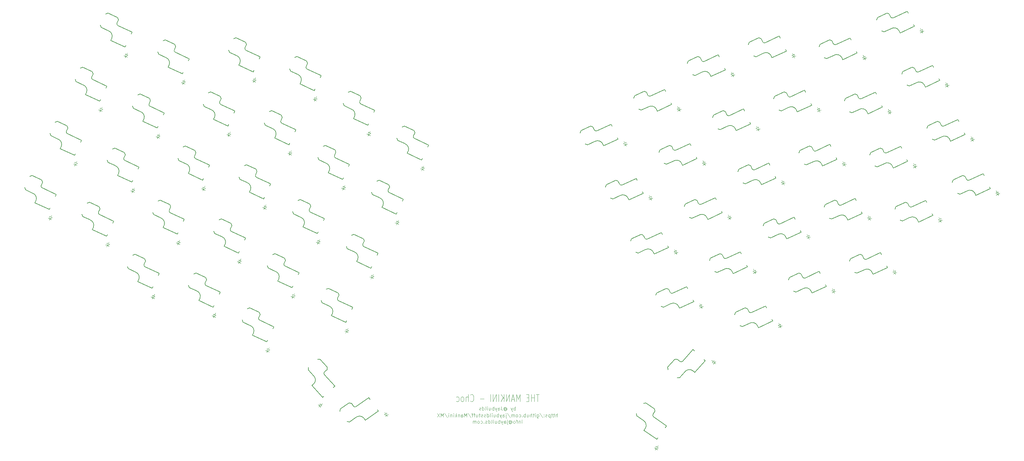
<source format=gbo>
%TF.GenerationSoftware,KiCad,Pcbnew,8.0.7*%
%TF.CreationDate,2024-12-23T04:42:48-05:00*%
%TF.ProjectId,choc,63686f63-2e6b-4696-9361-645f70636258,v1.0.0*%
%TF.SameCoordinates,Original*%
%TF.FileFunction,Legend,Bot*%
%TF.FilePolarity,Positive*%
%FSLAX46Y46*%
G04 Gerber Fmt 4.6, Leading zero omitted, Abs format (unit mm)*
G04 Created by KiCad (PCBNEW 8.0.7) date 2024-12-23 04:42:48*
%MOMM*%
%LPD*%
G01*
G04 APERTURE LIST*
G04 Aperture macros list*
%AMRotRect*
0 Rectangle, with rotation*
0 The origin of the aperture is its center*
0 $1 length*
0 $2 width*
0 $3 Rotation angle, in degrees counterclockwise*
0 Add horizontal line*
21,1,$1,$2,0,0,$3*%
G04 Aperture macros list end*
%ADD10C,0.100000*%
%ADD11C,0.150000*%
%ADD12C,0.700000*%
%ADD13C,4.400000*%
%ADD14C,1.700000*%
%ADD15C,1.900000*%
%ADD16C,3.000000*%
%ADD17C,3.400000*%
%ADD18RotRect,2.600000X2.600000X25.000000*%
%ADD19RotRect,0.900000X1.200000X115.000000*%
%ADD20RotRect,0.900000X1.200000X65.000000*%
%ADD21RotRect,2.600000X2.600000X335.000000*%
%ADD22RotRect,0.900000X1.200000X138.000000*%
%ADD23RotRect,0.900000X1.200000X55.000000*%
%ADD24RotRect,0.900000X1.200000X42.000000*%
%ADD25RotRect,2.600000X2.600000X325.000000*%
%ADD26RotRect,2.600000X2.600000X48.000000*%
%ADD27RotRect,0.900000X1.200000X125.000000*%
%ADD28RotRect,2.600000X2.600000X35.000000*%
%ADD29RotRect,2.600000X2.600000X312.000000*%
G04 APERTURE END LIST*
D10*
X219249189Y-202984434D02*
X219249189Y-202317767D01*
X219249189Y-201984434D02*
X219296808Y-202032053D01*
X219296808Y-202032053D02*
X219249189Y-202079672D01*
X219249189Y-202079672D02*
X219201570Y-202032053D01*
X219201570Y-202032053D02*
X219249189Y-201984434D01*
X219249189Y-201984434D02*
X219249189Y-202079672D01*
X218772999Y-202317767D02*
X218772999Y-202984434D01*
X218772999Y-202413005D02*
X218725380Y-202365386D01*
X218725380Y-202365386D02*
X218630142Y-202317767D01*
X218630142Y-202317767D02*
X218487285Y-202317767D01*
X218487285Y-202317767D02*
X218392047Y-202365386D01*
X218392047Y-202365386D02*
X218344428Y-202460624D01*
X218344428Y-202460624D02*
X218344428Y-202984434D01*
X218011094Y-202317767D02*
X217630142Y-202317767D01*
X217868237Y-202984434D02*
X217868237Y-202127291D01*
X217868237Y-202127291D02*
X217820618Y-202032053D01*
X217820618Y-202032053D02*
X217725380Y-201984434D01*
X217725380Y-201984434D02*
X217630142Y-201984434D01*
X217153951Y-202984434D02*
X217249189Y-202936815D01*
X217249189Y-202936815D02*
X217296808Y-202889195D01*
X217296808Y-202889195D02*
X217344427Y-202793957D01*
X217344427Y-202793957D02*
X217344427Y-202508243D01*
X217344427Y-202508243D02*
X217296808Y-202413005D01*
X217296808Y-202413005D02*
X217249189Y-202365386D01*
X217249189Y-202365386D02*
X217153951Y-202317767D01*
X217153951Y-202317767D02*
X217011094Y-202317767D01*
X217011094Y-202317767D02*
X216915856Y-202365386D01*
X216915856Y-202365386D02*
X216868237Y-202413005D01*
X216868237Y-202413005D02*
X216820618Y-202508243D01*
X216820618Y-202508243D02*
X216820618Y-202793957D01*
X216820618Y-202793957D02*
X216868237Y-202889195D01*
X216868237Y-202889195D02*
X216915856Y-202936815D01*
X216915856Y-202936815D02*
X217011094Y-202984434D01*
X217011094Y-202984434D02*
X217153951Y-202984434D01*
X215772999Y-202508243D02*
X215820618Y-202460624D01*
X215820618Y-202460624D02*
X215915856Y-202413005D01*
X215915856Y-202413005D02*
X216011094Y-202413005D01*
X216011094Y-202413005D02*
X216106332Y-202460624D01*
X216106332Y-202460624D02*
X216153951Y-202508243D01*
X216153951Y-202508243D02*
X216201570Y-202603481D01*
X216201570Y-202603481D02*
X216201570Y-202698719D01*
X216201570Y-202698719D02*
X216153951Y-202793957D01*
X216153951Y-202793957D02*
X216106332Y-202841576D01*
X216106332Y-202841576D02*
X216011094Y-202889195D01*
X216011094Y-202889195D02*
X215915856Y-202889195D01*
X215915856Y-202889195D02*
X215820618Y-202841576D01*
X215820618Y-202841576D02*
X215772999Y-202793957D01*
X215772999Y-202413005D02*
X215772999Y-202793957D01*
X215772999Y-202793957D02*
X215725380Y-202841576D01*
X215725380Y-202841576D02*
X215677761Y-202841576D01*
X215677761Y-202841576D02*
X215582522Y-202793957D01*
X215582522Y-202793957D02*
X215534903Y-202698719D01*
X215534903Y-202698719D02*
X215534903Y-202460624D01*
X215534903Y-202460624D02*
X215630142Y-202317767D01*
X215630142Y-202317767D02*
X215772999Y-202222529D01*
X215772999Y-202222529D02*
X215963475Y-202174910D01*
X215963475Y-202174910D02*
X216153951Y-202222529D01*
X216153951Y-202222529D02*
X216296808Y-202317767D01*
X216296808Y-202317767D02*
X216392046Y-202460624D01*
X216392046Y-202460624D02*
X216439665Y-202651100D01*
X216439665Y-202651100D02*
X216392046Y-202841576D01*
X216392046Y-202841576D02*
X216296808Y-202984434D01*
X216296808Y-202984434D02*
X216153951Y-203079672D01*
X216153951Y-203079672D02*
X215963475Y-203127291D01*
X215963475Y-203127291D02*
X215772999Y-203079672D01*
X215772999Y-203079672D02*
X215630142Y-202984434D01*
X215106332Y-202317767D02*
X215106332Y-203174910D01*
X215106332Y-203174910D02*
X215153951Y-203270148D01*
X215153951Y-203270148D02*
X215249189Y-203317767D01*
X215249189Y-203317767D02*
X215296808Y-203317767D01*
X215106332Y-201984434D02*
X215153951Y-202032053D01*
X215153951Y-202032053D02*
X215106332Y-202079672D01*
X215106332Y-202079672D02*
X215058713Y-202032053D01*
X215058713Y-202032053D02*
X215106332Y-201984434D01*
X215106332Y-201984434D02*
X215106332Y-202079672D01*
X214201571Y-202984434D02*
X214201571Y-202460624D01*
X214201571Y-202460624D02*
X214249190Y-202365386D01*
X214249190Y-202365386D02*
X214344428Y-202317767D01*
X214344428Y-202317767D02*
X214534904Y-202317767D01*
X214534904Y-202317767D02*
X214630142Y-202365386D01*
X214201571Y-202936815D02*
X214296809Y-202984434D01*
X214296809Y-202984434D02*
X214534904Y-202984434D01*
X214534904Y-202984434D02*
X214630142Y-202936815D01*
X214630142Y-202936815D02*
X214677761Y-202841576D01*
X214677761Y-202841576D02*
X214677761Y-202746338D01*
X214677761Y-202746338D02*
X214630142Y-202651100D01*
X214630142Y-202651100D02*
X214534904Y-202603481D01*
X214534904Y-202603481D02*
X214296809Y-202603481D01*
X214296809Y-202603481D02*
X214201571Y-202555862D01*
X213820618Y-202317767D02*
X213582523Y-202984434D01*
X213344428Y-202317767D02*
X213582523Y-202984434D01*
X213582523Y-202984434D02*
X213677761Y-203222529D01*
X213677761Y-203222529D02*
X213725380Y-203270148D01*
X213725380Y-203270148D02*
X213820618Y-203317767D01*
X212963475Y-202984434D02*
X212963475Y-201984434D01*
X212963475Y-202365386D02*
X212868237Y-202317767D01*
X212868237Y-202317767D02*
X212677761Y-202317767D01*
X212677761Y-202317767D02*
X212582523Y-202365386D01*
X212582523Y-202365386D02*
X212534904Y-202413005D01*
X212534904Y-202413005D02*
X212487285Y-202508243D01*
X212487285Y-202508243D02*
X212487285Y-202793957D01*
X212487285Y-202793957D02*
X212534904Y-202889195D01*
X212534904Y-202889195D02*
X212582523Y-202936815D01*
X212582523Y-202936815D02*
X212677761Y-202984434D01*
X212677761Y-202984434D02*
X212868237Y-202984434D01*
X212868237Y-202984434D02*
X212963475Y-202936815D01*
X211630142Y-202317767D02*
X211630142Y-202984434D01*
X212058713Y-202317767D02*
X212058713Y-202841576D01*
X212058713Y-202841576D02*
X212011094Y-202936815D01*
X212011094Y-202936815D02*
X211915856Y-202984434D01*
X211915856Y-202984434D02*
X211772999Y-202984434D01*
X211772999Y-202984434D02*
X211677761Y-202936815D01*
X211677761Y-202936815D02*
X211630142Y-202889195D01*
X211153951Y-202984434D02*
X211153951Y-202317767D01*
X211153951Y-201984434D02*
X211201570Y-202032053D01*
X211201570Y-202032053D02*
X211153951Y-202079672D01*
X211153951Y-202079672D02*
X211106332Y-202032053D01*
X211106332Y-202032053D02*
X211153951Y-201984434D01*
X211153951Y-201984434D02*
X211153951Y-202079672D01*
X210534904Y-202984434D02*
X210630142Y-202936815D01*
X210630142Y-202936815D02*
X210677761Y-202841576D01*
X210677761Y-202841576D02*
X210677761Y-201984434D01*
X209725380Y-202984434D02*
X209725380Y-201984434D01*
X209725380Y-202936815D02*
X209820618Y-202984434D01*
X209820618Y-202984434D02*
X210011094Y-202984434D01*
X210011094Y-202984434D02*
X210106332Y-202936815D01*
X210106332Y-202936815D02*
X210153951Y-202889195D01*
X210153951Y-202889195D02*
X210201570Y-202793957D01*
X210201570Y-202793957D02*
X210201570Y-202508243D01*
X210201570Y-202508243D02*
X210153951Y-202413005D01*
X210153951Y-202413005D02*
X210106332Y-202365386D01*
X210106332Y-202365386D02*
X210011094Y-202317767D01*
X210011094Y-202317767D02*
X209820618Y-202317767D01*
X209820618Y-202317767D02*
X209725380Y-202365386D01*
X209296808Y-202936815D02*
X209201570Y-202984434D01*
X209201570Y-202984434D02*
X209011094Y-202984434D01*
X209011094Y-202984434D02*
X208915856Y-202936815D01*
X208915856Y-202936815D02*
X208868237Y-202841576D01*
X208868237Y-202841576D02*
X208868237Y-202793957D01*
X208868237Y-202793957D02*
X208915856Y-202698719D01*
X208915856Y-202698719D02*
X209011094Y-202651100D01*
X209011094Y-202651100D02*
X209153951Y-202651100D01*
X209153951Y-202651100D02*
X209249189Y-202603481D01*
X209249189Y-202603481D02*
X209296808Y-202508243D01*
X209296808Y-202508243D02*
X209296808Y-202460624D01*
X209296808Y-202460624D02*
X209249189Y-202365386D01*
X209249189Y-202365386D02*
X209153951Y-202317767D01*
X209153951Y-202317767D02*
X209011094Y-202317767D01*
X209011094Y-202317767D02*
X208915856Y-202365386D01*
X208439665Y-202889195D02*
X208392046Y-202936815D01*
X208392046Y-202936815D02*
X208439665Y-202984434D01*
X208439665Y-202984434D02*
X208487284Y-202936815D01*
X208487284Y-202936815D02*
X208439665Y-202889195D01*
X208439665Y-202889195D02*
X208439665Y-202984434D01*
X207534904Y-202936815D02*
X207630142Y-202984434D01*
X207630142Y-202984434D02*
X207820618Y-202984434D01*
X207820618Y-202984434D02*
X207915856Y-202936815D01*
X207915856Y-202936815D02*
X207963475Y-202889195D01*
X207963475Y-202889195D02*
X208011094Y-202793957D01*
X208011094Y-202793957D02*
X208011094Y-202508243D01*
X208011094Y-202508243D02*
X207963475Y-202413005D01*
X207963475Y-202413005D02*
X207915856Y-202365386D01*
X207915856Y-202365386D02*
X207820618Y-202317767D01*
X207820618Y-202317767D02*
X207630142Y-202317767D01*
X207630142Y-202317767D02*
X207534904Y-202365386D01*
X206963475Y-202984434D02*
X207058713Y-202936815D01*
X207058713Y-202936815D02*
X207106332Y-202889195D01*
X207106332Y-202889195D02*
X207153951Y-202793957D01*
X207153951Y-202793957D02*
X207153951Y-202508243D01*
X207153951Y-202508243D02*
X207106332Y-202413005D01*
X207106332Y-202413005D02*
X207058713Y-202365386D01*
X207058713Y-202365386D02*
X206963475Y-202317767D01*
X206963475Y-202317767D02*
X206820618Y-202317767D01*
X206820618Y-202317767D02*
X206725380Y-202365386D01*
X206725380Y-202365386D02*
X206677761Y-202413005D01*
X206677761Y-202413005D02*
X206630142Y-202508243D01*
X206630142Y-202508243D02*
X206630142Y-202793957D01*
X206630142Y-202793957D02*
X206677761Y-202889195D01*
X206677761Y-202889195D02*
X206725380Y-202936815D01*
X206725380Y-202936815D02*
X206820618Y-202984434D01*
X206820618Y-202984434D02*
X206963475Y-202984434D01*
X206201570Y-202984434D02*
X206201570Y-202317767D01*
X206201570Y-202413005D02*
X206153951Y-202365386D01*
X206153951Y-202365386D02*
X206058713Y-202317767D01*
X206058713Y-202317767D02*
X205915856Y-202317767D01*
X205915856Y-202317767D02*
X205820618Y-202365386D01*
X205820618Y-202365386D02*
X205772999Y-202460624D01*
X205772999Y-202460624D02*
X205772999Y-202984434D01*
X205772999Y-202460624D02*
X205725380Y-202365386D01*
X205725380Y-202365386D02*
X205630142Y-202317767D01*
X205630142Y-202317767D02*
X205487285Y-202317767D01*
X205487285Y-202317767D02*
X205392046Y-202365386D01*
X205392046Y-202365386D02*
X205344427Y-202460624D01*
X205344427Y-202460624D02*
X205344427Y-202984434D01*
X224134026Y-194752053D02*
X223276884Y-194752053D01*
X223705455Y-196752053D02*
X223705455Y-194752053D01*
X222776884Y-196752053D02*
X222776884Y-194752053D01*
X222776884Y-195704434D02*
X221919741Y-195704434D01*
X221919741Y-196752053D02*
X221919741Y-194752053D01*
X221205455Y-195704434D02*
X220705455Y-195704434D01*
X220491169Y-196752053D02*
X221205455Y-196752053D01*
X221205455Y-196752053D02*
X221205455Y-194752053D01*
X221205455Y-194752053D02*
X220491169Y-194752053D01*
X218705455Y-196752053D02*
X218705455Y-194752053D01*
X218705455Y-194752053D02*
X218205455Y-196180624D01*
X218205455Y-196180624D02*
X217705455Y-194752053D01*
X217705455Y-194752053D02*
X217705455Y-196752053D01*
X217062597Y-196180624D02*
X216348312Y-196180624D01*
X217205454Y-196752053D02*
X216705454Y-194752053D01*
X216705454Y-194752053D02*
X216205454Y-196752053D01*
X215705455Y-196752053D02*
X215705455Y-194752053D01*
X215705455Y-194752053D02*
X214848312Y-196752053D01*
X214848312Y-196752053D02*
X214848312Y-194752053D01*
X214134026Y-196752053D02*
X214134026Y-194752053D01*
X213276883Y-196752053D02*
X213919740Y-195609195D01*
X213276883Y-194752053D02*
X214134026Y-195894910D01*
X212634026Y-196752053D02*
X212634026Y-194752053D01*
X211919740Y-196752053D02*
X211919740Y-194752053D01*
X211919740Y-194752053D02*
X211062597Y-196752053D01*
X211062597Y-196752053D02*
X211062597Y-194752053D01*
X210348311Y-196752053D02*
X210348311Y-194752053D01*
X208491168Y-195990148D02*
X207348311Y-195990148D01*
X204634025Y-196561576D02*
X204705453Y-196656815D01*
X204705453Y-196656815D02*
X204919739Y-196752053D01*
X204919739Y-196752053D02*
X205062596Y-196752053D01*
X205062596Y-196752053D02*
X205276882Y-196656815D01*
X205276882Y-196656815D02*
X205419739Y-196466338D01*
X205419739Y-196466338D02*
X205491168Y-196275862D01*
X205491168Y-196275862D02*
X205562596Y-195894910D01*
X205562596Y-195894910D02*
X205562596Y-195609195D01*
X205562596Y-195609195D02*
X205491168Y-195228243D01*
X205491168Y-195228243D02*
X205419739Y-195037767D01*
X205419739Y-195037767D02*
X205276882Y-194847291D01*
X205276882Y-194847291D02*
X205062596Y-194752053D01*
X205062596Y-194752053D02*
X204919739Y-194752053D01*
X204919739Y-194752053D02*
X204705453Y-194847291D01*
X204705453Y-194847291D02*
X204634025Y-194942529D01*
X203991168Y-196752053D02*
X203991168Y-194752053D01*
X203348311Y-196752053D02*
X203348311Y-195704434D01*
X203348311Y-195704434D02*
X203419739Y-195513957D01*
X203419739Y-195513957D02*
X203562596Y-195418719D01*
X203562596Y-195418719D02*
X203776882Y-195418719D01*
X203776882Y-195418719D02*
X203919739Y-195513957D01*
X203919739Y-195513957D02*
X203991168Y-195609195D01*
X202419739Y-196752053D02*
X202562596Y-196656815D01*
X202562596Y-196656815D02*
X202634025Y-196561576D01*
X202634025Y-196561576D02*
X202705453Y-196371100D01*
X202705453Y-196371100D02*
X202705453Y-195799672D01*
X202705453Y-195799672D02*
X202634025Y-195609195D01*
X202634025Y-195609195D02*
X202562596Y-195513957D01*
X202562596Y-195513957D02*
X202419739Y-195418719D01*
X202419739Y-195418719D02*
X202205453Y-195418719D01*
X202205453Y-195418719D02*
X202062596Y-195513957D01*
X202062596Y-195513957D02*
X201991168Y-195609195D01*
X201991168Y-195609195D02*
X201919739Y-195799672D01*
X201919739Y-195799672D02*
X201919739Y-196371100D01*
X201919739Y-196371100D02*
X201991168Y-196561576D01*
X201991168Y-196561576D02*
X202062596Y-196656815D01*
X202062596Y-196656815D02*
X202205453Y-196752053D01*
X202205453Y-196752053D02*
X202419739Y-196752053D01*
X200634025Y-196656815D02*
X200776882Y-196752053D01*
X200776882Y-196752053D02*
X201062596Y-196752053D01*
X201062596Y-196752053D02*
X201205453Y-196656815D01*
X201205453Y-196656815D02*
X201276882Y-196561576D01*
X201276882Y-196561576D02*
X201348310Y-196371100D01*
X201348310Y-196371100D02*
X201348310Y-195799672D01*
X201348310Y-195799672D02*
X201276882Y-195609195D01*
X201276882Y-195609195D02*
X201205453Y-195513957D01*
X201205453Y-195513957D02*
X201062596Y-195418719D01*
X201062596Y-195418719D02*
X200776882Y-195418719D01*
X200776882Y-195418719D02*
X200634025Y-195513957D01*
X229296809Y-201144434D02*
X229296809Y-200144434D01*
X228868238Y-201144434D02*
X228868238Y-200620624D01*
X228868238Y-200620624D02*
X228915857Y-200525386D01*
X228915857Y-200525386D02*
X229011095Y-200477767D01*
X229011095Y-200477767D02*
X229153952Y-200477767D01*
X229153952Y-200477767D02*
X229249190Y-200525386D01*
X229249190Y-200525386D02*
X229296809Y-200573005D01*
X228534904Y-200477767D02*
X228153952Y-200477767D01*
X228392047Y-200144434D02*
X228392047Y-201001576D01*
X228392047Y-201001576D02*
X228344428Y-201096815D01*
X228344428Y-201096815D02*
X228249190Y-201144434D01*
X228249190Y-201144434D02*
X228153952Y-201144434D01*
X227963475Y-200477767D02*
X227582523Y-200477767D01*
X227820618Y-200144434D02*
X227820618Y-201001576D01*
X227820618Y-201001576D02*
X227772999Y-201096815D01*
X227772999Y-201096815D02*
X227677761Y-201144434D01*
X227677761Y-201144434D02*
X227582523Y-201144434D01*
X227249189Y-200477767D02*
X227249189Y-201477767D01*
X227249189Y-200525386D02*
X227153951Y-200477767D01*
X227153951Y-200477767D02*
X226963475Y-200477767D01*
X226963475Y-200477767D02*
X226868237Y-200525386D01*
X226868237Y-200525386D02*
X226820618Y-200573005D01*
X226820618Y-200573005D02*
X226772999Y-200668243D01*
X226772999Y-200668243D02*
X226772999Y-200953957D01*
X226772999Y-200953957D02*
X226820618Y-201049195D01*
X226820618Y-201049195D02*
X226868237Y-201096815D01*
X226868237Y-201096815D02*
X226963475Y-201144434D01*
X226963475Y-201144434D02*
X227153951Y-201144434D01*
X227153951Y-201144434D02*
X227249189Y-201096815D01*
X226392046Y-201096815D02*
X226296808Y-201144434D01*
X226296808Y-201144434D02*
X226106332Y-201144434D01*
X226106332Y-201144434D02*
X226011094Y-201096815D01*
X226011094Y-201096815D02*
X225963475Y-201001576D01*
X225963475Y-201001576D02*
X225963475Y-200953957D01*
X225963475Y-200953957D02*
X226011094Y-200858719D01*
X226011094Y-200858719D02*
X226106332Y-200811100D01*
X226106332Y-200811100D02*
X226249189Y-200811100D01*
X226249189Y-200811100D02*
X226344427Y-200763481D01*
X226344427Y-200763481D02*
X226392046Y-200668243D01*
X226392046Y-200668243D02*
X226392046Y-200620624D01*
X226392046Y-200620624D02*
X226344427Y-200525386D01*
X226344427Y-200525386D02*
X226249189Y-200477767D01*
X226249189Y-200477767D02*
X226106332Y-200477767D01*
X226106332Y-200477767D02*
X226011094Y-200525386D01*
X225534903Y-201049195D02*
X225487284Y-201096815D01*
X225487284Y-201096815D02*
X225534903Y-201144434D01*
X225534903Y-201144434D02*
X225582522Y-201096815D01*
X225582522Y-201096815D02*
X225534903Y-201049195D01*
X225534903Y-201049195D02*
X225534903Y-201144434D01*
X225534903Y-200525386D02*
X225487284Y-200573005D01*
X225487284Y-200573005D02*
X225534903Y-200620624D01*
X225534903Y-200620624D02*
X225582522Y-200573005D01*
X225582522Y-200573005D02*
X225534903Y-200525386D01*
X225534903Y-200525386D02*
X225534903Y-200620624D01*
X224344428Y-200096815D02*
X225201570Y-201382529D01*
X223582523Y-200477767D02*
X223582523Y-201287291D01*
X223582523Y-201287291D02*
X223630142Y-201382529D01*
X223630142Y-201382529D02*
X223677761Y-201430148D01*
X223677761Y-201430148D02*
X223772999Y-201477767D01*
X223772999Y-201477767D02*
X223915856Y-201477767D01*
X223915856Y-201477767D02*
X224011094Y-201430148D01*
X223582523Y-201096815D02*
X223677761Y-201144434D01*
X223677761Y-201144434D02*
X223868237Y-201144434D01*
X223868237Y-201144434D02*
X223963475Y-201096815D01*
X223963475Y-201096815D02*
X224011094Y-201049195D01*
X224011094Y-201049195D02*
X224058713Y-200953957D01*
X224058713Y-200953957D02*
X224058713Y-200668243D01*
X224058713Y-200668243D02*
X224011094Y-200573005D01*
X224011094Y-200573005D02*
X223963475Y-200525386D01*
X223963475Y-200525386D02*
X223868237Y-200477767D01*
X223868237Y-200477767D02*
X223677761Y-200477767D01*
X223677761Y-200477767D02*
X223582523Y-200525386D01*
X223106332Y-201144434D02*
X223106332Y-200477767D01*
X223106332Y-200144434D02*
X223153951Y-200192053D01*
X223153951Y-200192053D02*
X223106332Y-200239672D01*
X223106332Y-200239672D02*
X223058713Y-200192053D01*
X223058713Y-200192053D02*
X223106332Y-200144434D01*
X223106332Y-200144434D02*
X223106332Y-200239672D01*
X222772999Y-200477767D02*
X222392047Y-200477767D01*
X222630142Y-200144434D02*
X222630142Y-201001576D01*
X222630142Y-201001576D02*
X222582523Y-201096815D01*
X222582523Y-201096815D02*
X222487285Y-201144434D01*
X222487285Y-201144434D02*
X222392047Y-201144434D01*
X222058713Y-201144434D02*
X222058713Y-200144434D01*
X221630142Y-201144434D02*
X221630142Y-200620624D01*
X221630142Y-200620624D02*
X221677761Y-200525386D01*
X221677761Y-200525386D02*
X221772999Y-200477767D01*
X221772999Y-200477767D02*
X221915856Y-200477767D01*
X221915856Y-200477767D02*
X222011094Y-200525386D01*
X222011094Y-200525386D02*
X222058713Y-200573005D01*
X220725380Y-200477767D02*
X220725380Y-201144434D01*
X221153951Y-200477767D02*
X221153951Y-201001576D01*
X221153951Y-201001576D02*
X221106332Y-201096815D01*
X221106332Y-201096815D02*
X221011094Y-201144434D01*
X221011094Y-201144434D02*
X220868237Y-201144434D01*
X220868237Y-201144434D02*
X220772999Y-201096815D01*
X220772999Y-201096815D02*
X220725380Y-201049195D01*
X220249189Y-201144434D02*
X220249189Y-200144434D01*
X220249189Y-200525386D02*
X220153951Y-200477767D01*
X220153951Y-200477767D02*
X219963475Y-200477767D01*
X219963475Y-200477767D02*
X219868237Y-200525386D01*
X219868237Y-200525386D02*
X219820618Y-200573005D01*
X219820618Y-200573005D02*
X219772999Y-200668243D01*
X219772999Y-200668243D02*
X219772999Y-200953957D01*
X219772999Y-200953957D02*
X219820618Y-201049195D01*
X219820618Y-201049195D02*
X219868237Y-201096815D01*
X219868237Y-201096815D02*
X219963475Y-201144434D01*
X219963475Y-201144434D02*
X220153951Y-201144434D01*
X220153951Y-201144434D02*
X220249189Y-201096815D01*
X219344427Y-201049195D02*
X219296808Y-201096815D01*
X219296808Y-201096815D02*
X219344427Y-201144434D01*
X219344427Y-201144434D02*
X219392046Y-201096815D01*
X219392046Y-201096815D02*
X219344427Y-201049195D01*
X219344427Y-201049195D02*
X219344427Y-201144434D01*
X218439666Y-201096815D02*
X218534904Y-201144434D01*
X218534904Y-201144434D02*
X218725380Y-201144434D01*
X218725380Y-201144434D02*
X218820618Y-201096815D01*
X218820618Y-201096815D02*
X218868237Y-201049195D01*
X218868237Y-201049195D02*
X218915856Y-200953957D01*
X218915856Y-200953957D02*
X218915856Y-200668243D01*
X218915856Y-200668243D02*
X218868237Y-200573005D01*
X218868237Y-200573005D02*
X218820618Y-200525386D01*
X218820618Y-200525386D02*
X218725380Y-200477767D01*
X218725380Y-200477767D02*
X218534904Y-200477767D01*
X218534904Y-200477767D02*
X218439666Y-200525386D01*
X217868237Y-201144434D02*
X217963475Y-201096815D01*
X217963475Y-201096815D02*
X218011094Y-201049195D01*
X218011094Y-201049195D02*
X218058713Y-200953957D01*
X218058713Y-200953957D02*
X218058713Y-200668243D01*
X218058713Y-200668243D02*
X218011094Y-200573005D01*
X218011094Y-200573005D02*
X217963475Y-200525386D01*
X217963475Y-200525386D02*
X217868237Y-200477767D01*
X217868237Y-200477767D02*
X217725380Y-200477767D01*
X217725380Y-200477767D02*
X217630142Y-200525386D01*
X217630142Y-200525386D02*
X217582523Y-200573005D01*
X217582523Y-200573005D02*
X217534904Y-200668243D01*
X217534904Y-200668243D02*
X217534904Y-200953957D01*
X217534904Y-200953957D02*
X217582523Y-201049195D01*
X217582523Y-201049195D02*
X217630142Y-201096815D01*
X217630142Y-201096815D02*
X217725380Y-201144434D01*
X217725380Y-201144434D02*
X217868237Y-201144434D01*
X217106332Y-201144434D02*
X217106332Y-200477767D01*
X217106332Y-200573005D02*
X217058713Y-200525386D01*
X217058713Y-200525386D02*
X216963475Y-200477767D01*
X216963475Y-200477767D02*
X216820618Y-200477767D01*
X216820618Y-200477767D02*
X216725380Y-200525386D01*
X216725380Y-200525386D02*
X216677761Y-200620624D01*
X216677761Y-200620624D02*
X216677761Y-201144434D01*
X216677761Y-200620624D02*
X216630142Y-200525386D01*
X216630142Y-200525386D02*
X216534904Y-200477767D01*
X216534904Y-200477767D02*
X216392047Y-200477767D01*
X216392047Y-200477767D02*
X216296808Y-200525386D01*
X216296808Y-200525386D02*
X216249189Y-200620624D01*
X216249189Y-200620624D02*
X216249189Y-201144434D01*
X215058714Y-200096815D02*
X215915856Y-201382529D01*
X214725380Y-200477767D02*
X214725380Y-201334910D01*
X214725380Y-201334910D02*
X214772999Y-201430148D01*
X214772999Y-201430148D02*
X214868237Y-201477767D01*
X214868237Y-201477767D02*
X214915856Y-201477767D01*
X214725380Y-200144434D02*
X214772999Y-200192053D01*
X214772999Y-200192053D02*
X214725380Y-200239672D01*
X214725380Y-200239672D02*
X214677761Y-200192053D01*
X214677761Y-200192053D02*
X214725380Y-200144434D01*
X214725380Y-200144434D02*
X214725380Y-200239672D01*
X213820619Y-201144434D02*
X213820619Y-200620624D01*
X213820619Y-200620624D02*
X213868238Y-200525386D01*
X213868238Y-200525386D02*
X213963476Y-200477767D01*
X213963476Y-200477767D02*
X214153952Y-200477767D01*
X214153952Y-200477767D02*
X214249190Y-200525386D01*
X213820619Y-201096815D02*
X213915857Y-201144434D01*
X213915857Y-201144434D02*
X214153952Y-201144434D01*
X214153952Y-201144434D02*
X214249190Y-201096815D01*
X214249190Y-201096815D02*
X214296809Y-201001576D01*
X214296809Y-201001576D02*
X214296809Y-200906338D01*
X214296809Y-200906338D02*
X214249190Y-200811100D01*
X214249190Y-200811100D02*
X214153952Y-200763481D01*
X214153952Y-200763481D02*
X213915857Y-200763481D01*
X213915857Y-200763481D02*
X213820619Y-200715862D01*
X213439666Y-200477767D02*
X213201571Y-201144434D01*
X212963476Y-200477767D02*
X213201571Y-201144434D01*
X213201571Y-201144434D02*
X213296809Y-201382529D01*
X213296809Y-201382529D02*
X213344428Y-201430148D01*
X213344428Y-201430148D02*
X213439666Y-201477767D01*
X212582523Y-201144434D02*
X212582523Y-200144434D01*
X212582523Y-200525386D02*
X212487285Y-200477767D01*
X212487285Y-200477767D02*
X212296809Y-200477767D01*
X212296809Y-200477767D02*
X212201571Y-200525386D01*
X212201571Y-200525386D02*
X212153952Y-200573005D01*
X212153952Y-200573005D02*
X212106333Y-200668243D01*
X212106333Y-200668243D02*
X212106333Y-200953957D01*
X212106333Y-200953957D02*
X212153952Y-201049195D01*
X212153952Y-201049195D02*
X212201571Y-201096815D01*
X212201571Y-201096815D02*
X212296809Y-201144434D01*
X212296809Y-201144434D02*
X212487285Y-201144434D01*
X212487285Y-201144434D02*
X212582523Y-201096815D01*
X211249190Y-200477767D02*
X211249190Y-201144434D01*
X211677761Y-200477767D02*
X211677761Y-201001576D01*
X211677761Y-201001576D02*
X211630142Y-201096815D01*
X211630142Y-201096815D02*
X211534904Y-201144434D01*
X211534904Y-201144434D02*
X211392047Y-201144434D01*
X211392047Y-201144434D02*
X211296809Y-201096815D01*
X211296809Y-201096815D02*
X211249190Y-201049195D01*
X210772999Y-201144434D02*
X210772999Y-200477767D01*
X210772999Y-200144434D02*
X210820618Y-200192053D01*
X210820618Y-200192053D02*
X210772999Y-200239672D01*
X210772999Y-200239672D02*
X210725380Y-200192053D01*
X210725380Y-200192053D02*
X210772999Y-200144434D01*
X210772999Y-200144434D02*
X210772999Y-200239672D01*
X210153952Y-201144434D02*
X210249190Y-201096815D01*
X210249190Y-201096815D02*
X210296809Y-201001576D01*
X210296809Y-201001576D02*
X210296809Y-200144434D01*
X209344428Y-201144434D02*
X209344428Y-200144434D01*
X209344428Y-201096815D02*
X209439666Y-201144434D01*
X209439666Y-201144434D02*
X209630142Y-201144434D01*
X209630142Y-201144434D02*
X209725380Y-201096815D01*
X209725380Y-201096815D02*
X209772999Y-201049195D01*
X209772999Y-201049195D02*
X209820618Y-200953957D01*
X209820618Y-200953957D02*
X209820618Y-200668243D01*
X209820618Y-200668243D02*
X209772999Y-200573005D01*
X209772999Y-200573005D02*
X209725380Y-200525386D01*
X209725380Y-200525386D02*
X209630142Y-200477767D01*
X209630142Y-200477767D02*
X209439666Y-200477767D01*
X209439666Y-200477767D02*
X209344428Y-200525386D01*
X208915856Y-201096815D02*
X208820618Y-201144434D01*
X208820618Y-201144434D02*
X208630142Y-201144434D01*
X208630142Y-201144434D02*
X208534904Y-201096815D01*
X208534904Y-201096815D02*
X208487285Y-201001576D01*
X208487285Y-201001576D02*
X208487285Y-200953957D01*
X208487285Y-200953957D02*
X208534904Y-200858719D01*
X208534904Y-200858719D02*
X208630142Y-200811100D01*
X208630142Y-200811100D02*
X208772999Y-200811100D01*
X208772999Y-200811100D02*
X208868237Y-200763481D01*
X208868237Y-200763481D02*
X208915856Y-200668243D01*
X208915856Y-200668243D02*
X208915856Y-200620624D01*
X208915856Y-200620624D02*
X208868237Y-200525386D01*
X208868237Y-200525386D02*
X208772999Y-200477767D01*
X208772999Y-200477767D02*
X208630142Y-200477767D01*
X208630142Y-200477767D02*
X208534904Y-200525386D01*
X208106332Y-201096815D02*
X208011094Y-201144434D01*
X208011094Y-201144434D02*
X207820618Y-201144434D01*
X207820618Y-201144434D02*
X207725380Y-201096815D01*
X207725380Y-201096815D02*
X207677761Y-201001576D01*
X207677761Y-201001576D02*
X207677761Y-200953957D01*
X207677761Y-200953957D02*
X207725380Y-200858719D01*
X207725380Y-200858719D02*
X207820618Y-200811100D01*
X207820618Y-200811100D02*
X207963475Y-200811100D01*
X207963475Y-200811100D02*
X208058713Y-200763481D01*
X208058713Y-200763481D02*
X208106332Y-200668243D01*
X208106332Y-200668243D02*
X208106332Y-200620624D01*
X208106332Y-200620624D02*
X208058713Y-200525386D01*
X208058713Y-200525386D02*
X207963475Y-200477767D01*
X207963475Y-200477767D02*
X207820618Y-200477767D01*
X207820618Y-200477767D02*
X207725380Y-200525386D01*
X207392046Y-200477767D02*
X207011094Y-200477767D01*
X207249189Y-200144434D02*
X207249189Y-201001576D01*
X207249189Y-201001576D02*
X207201570Y-201096815D01*
X207201570Y-201096815D02*
X207106332Y-201144434D01*
X207106332Y-201144434D02*
X207011094Y-201144434D01*
X206249189Y-200477767D02*
X206249189Y-201144434D01*
X206677760Y-200477767D02*
X206677760Y-201001576D01*
X206677760Y-201001576D02*
X206630141Y-201096815D01*
X206630141Y-201096815D02*
X206534903Y-201144434D01*
X206534903Y-201144434D02*
X206392046Y-201144434D01*
X206392046Y-201144434D02*
X206296808Y-201096815D01*
X206296808Y-201096815D02*
X206249189Y-201049195D01*
X205915855Y-200477767D02*
X205534903Y-200477767D01*
X205772998Y-201144434D02*
X205772998Y-200287291D01*
X205772998Y-200287291D02*
X205725379Y-200192053D01*
X205725379Y-200192053D02*
X205630141Y-200144434D01*
X205630141Y-200144434D02*
X205534903Y-200144434D01*
X205344426Y-200477767D02*
X204963474Y-200477767D01*
X205201569Y-201144434D02*
X205201569Y-200287291D01*
X205201569Y-200287291D02*
X205153950Y-200192053D01*
X205153950Y-200192053D02*
X205058712Y-200144434D01*
X205058712Y-200144434D02*
X204963474Y-200144434D01*
X203915855Y-200096815D02*
X204772997Y-201382529D01*
X203582521Y-201144434D02*
X203582521Y-200144434D01*
X203582521Y-200144434D02*
X203249188Y-200858719D01*
X203249188Y-200858719D02*
X202915855Y-200144434D01*
X202915855Y-200144434D02*
X202915855Y-201144434D01*
X202011093Y-201144434D02*
X202011093Y-200620624D01*
X202011093Y-200620624D02*
X202058712Y-200525386D01*
X202058712Y-200525386D02*
X202153950Y-200477767D01*
X202153950Y-200477767D02*
X202344426Y-200477767D01*
X202344426Y-200477767D02*
X202439664Y-200525386D01*
X202011093Y-201096815D02*
X202106331Y-201144434D01*
X202106331Y-201144434D02*
X202344426Y-201144434D01*
X202344426Y-201144434D02*
X202439664Y-201096815D01*
X202439664Y-201096815D02*
X202487283Y-201001576D01*
X202487283Y-201001576D02*
X202487283Y-200906338D01*
X202487283Y-200906338D02*
X202439664Y-200811100D01*
X202439664Y-200811100D02*
X202344426Y-200763481D01*
X202344426Y-200763481D02*
X202106331Y-200763481D01*
X202106331Y-200763481D02*
X202011093Y-200715862D01*
X201534902Y-200477767D02*
X201534902Y-201144434D01*
X201534902Y-200573005D02*
X201487283Y-200525386D01*
X201487283Y-200525386D02*
X201392045Y-200477767D01*
X201392045Y-200477767D02*
X201249188Y-200477767D01*
X201249188Y-200477767D02*
X201153950Y-200525386D01*
X201153950Y-200525386D02*
X201106331Y-200620624D01*
X201106331Y-200620624D02*
X201106331Y-201144434D01*
X200630140Y-201144434D02*
X200630140Y-200144434D01*
X200534902Y-200763481D02*
X200249188Y-201144434D01*
X200249188Y-200477767D02*
X200630140Y-200858719D01*
X199820616Y-201144434D02*
X199820616Y-200477767D01*
X199820616Y-200144434D02*
X199868235Y-200192053D01*
X199868235Y-200192053D02*
X199820616Y-200239672D01*
X199820616Y-200239672D02*
X199772997Y-200192053D01*
X199772997Y-200192053D02*
X199820616Y-200144434D01*
X199820616Y-200144434D02*
X199820616Y-200239672D01*
X199344426Y-200477767D02*
X199344426Y-201144434D01*
X199344426Y-200573005D02*
X199296807Y-200525386D01*
X199296807Y-200525386D02*
X199201569Y-200477767D01*
X199201569Y-200477767D02*
X199058712Y-200477767D01*
X199058712Y-200477767D02*
X198963474Y-200525386D01*
X198963474Y-200525386D02*
X198915855Y-200620624D01*
X198915855Y-200620624D02*
X198915855Y-201144434D01*
X198439664Y-201144434D02*
X198439664Y-200477767D01*
X198439664Y-200144434D02*
X198487283Y-200192053D01*
X198487283Y-200192053D02*
X198439664Y-200239672D01*
X198439664Y-200239672D02*
X198392045Y-200192053D01*
X198392045Y-200192053D02*
X198439664Y-200144434D01*
X198439664Y-200144434D02*
X198439664Y-200239672D01*
X197249189Y-200096815D02*
X198106331Y-201382529D01*
X196915855Y-201144434D02*
X196915855Y-200144434D01*
X196915855Y-200144434D02*
X196582522Y-200858719D01*
X196582522Y-200858719D02*
X196249189Y-200144434D01*
X196249189Y-200144434D02*
X196249189Y-201144434D01*
X195868236Y-200144434D02*
X195201570Y-201144434D01*
X195201570Y-200144434D02*
X195868236Y-201144434D01*
X217392047Y-199214434D02*
X217392047Y-198214434D01*
X217392047Y-198595386D02*
X217296809Y-198547767D01*
X217296809Y-198547767D02*
X217106333Y-198547767D01*
X217106333Y-198547767D02*
X217011095Y-198595386D01*
X217011095Y-198595386D02*
X216963476Y-198643005D01*
X216963476Y-198643005D02*
X216915857Y-198738243D01*
X216915857Y-198738243D02*
X216915857Y-199023957D01*
X216915857Y-199023957D02*
X216963476Y-199119195D01*
X216963476Y-199119195D02*
X217011095Y-199166815D01*
X217011095Y-199166815D02*
X217106333Y-199214434D01*
X217106333Y-199214434D02*
X217296809Y-199214434D01*
X217296809Y-199214434D02*
X217392047Y-199166815D01*
X216582523Y-198547767D02*
X216344428Y-199214434D01*
X216106333Y-198547767D02*
X216344428Y-199214434D01*
X216344428Y-199214434D02*
X216439666Y-199452529D01*
X216439666Y-199452529D02*
X216487285Y-199500148D01*
X216487285Y-199500148D02*
X216582523Y-199547767D01*
X214344428Y-198738243D02*
X214392047Y-198690624D01*
X214392047Y-198690624D02*
X214487285Y-198643005D01*
X214487285Y-198643005D02*
X214582523Y-198643005D01*
X214582523Y-198643005D02*
X214677761Y-198690624D01*
X214677761Y-198690624D02*
X214725380Y-198738243D01*
X214725380Y-198738243D02*
X214772999Y-198833481D01*
X214772999Y-198833481D02*
X214772999Y-198928719D01*
X214772999Y-198928719D02*
X214725380Y-199023957D01*
X214725380Y-199023957D02*
X214677761Y-199071576D01*
X214677761Y-199071576D02*
X214582523Y-199119195D01*
X214582523Y-199119195D02*
X214487285Y-199119195D01*
X214487285Y-199119195D02*
X214392047Y-199071576D01*
X214392047Y-199071576D02*
X214344428Y-199023957D01*
X214344428Y-198643005D02*
X214344428Y-199023957D01*
X214344428Y-199023957D02*
X214296809Y-199071576D01*
X214296809Y-199071576D02*
X214249190Y-199071576D01*
X214249190Y-199071576D02*
X214153951Y-199023957D01*
X214153951Y-199023957D02*
X214106332Y-198928719D01*
X214106332Y-198928719D02*
X214106332Y-198690624D01*
X214106332Y-198690624D02*
X214201571Y-198547767D01*
X214201571Y-198547767D02*
X214344428Y-198452529D01*
X214344428Y-198452529D02*
X214534904Y-198404910D01*
X214534904Y-198404910D02*
X214725380Y-198452529D01*
X214725380Y-198452529D02*
X214868237Y-198547767D01*
X214868237Y-198547767D02*
X214963475Y-198690624D01*
X214963475Y-198690624D02*
X215011094Y-198881100D01*
X215011094Y-198881100D02*
X214963475Y-199071576D01*
X214963475Y-199071576D02*
X214868237Y-199214434D01*
X214868237Y-199214434D02*
X214725380Y-199309672D01*
X214725380Y-199309672D02*
X214534904Y-199357291D01*
X214534904Y-199357291D02*
X214344428Y-199309672D01*
X214344428Y-199309672D02*
X214201571Y-199214434D01*
X213392047Y-198214434D02*
X213392047Y-198928719D01*
X213392047Y-198928719D02*
X213439666Y-199071576D01*
X213439666Y-199071576D02*
X213534904Y-199166815D01*
X213534904Y-199166815D02*
X213677761Y-199214434D01*
X213677761Y-199214434D02*
X213772999Y-199214434D01*
X212487285Y-199214434D02*
X212487285Y-198690624D01*
X212487285Y-198690624D02*
X212534904Y-198595386D01*
X212534904Y-198595386D02*
X212630142Y-198547767D01*
X212630142Y-198547767D02*
X212820618Y-198547767D01*
X212820618Y-198547767D02*
X212915856Y-198595386D01*
X212487285Y-199166815D02*
X212582523Y-199214434D01*
X212582523Y-199214434D02*
X212820618Y-199214434D01*
X212820618Y-199214434D02*
X212915856Y-199166815D01*
X212915856Y-199166815D02*
X212963475Y-199071576D01*
X212963475Y-199071576D02*
X212963475Y-198976338D01*
X212963475Y-198976338D02*
X212915856Y-198881100D01*
X212915856Y-198881100D02*
X212820618Y-198833481D01*
X212820618Y-198833481D02*
X212582523Y-198833481D01*
X212582523Y-198833481D02*
X212487285Y-198785862D01*
X212106332Y-198547767D02*
X211868237Y-199214434D01*
X211630142Y-198547767D02*
X211868237Y-199214434D01*
X211868237Y-199214434D02*
X211963475Y-199452529D01*
X211963475Y-199452529D02*
X212011094Y-199500148D01*
X212011094Y-199500148D02*
X212106332Y-199547767D01*
X211249189Y-199214434D02*
X211249189Y-198214434D01*
X211249189Y-198595386D02*
X211153951Y-198547767D01*
X211153951Y-198547767D02*
X210963475Y-198547767D01*
X210963475Y-198547767D02*
X210868237Y-198595386D01*
X210868237Y-198595386D02*
X210820618Y-198643005D01*
X210820618Y-198643005D02*
X210772999Y-198738243D01*
X210772999Y-198738243D02*
X210772999Y-199023957D01*
X210772999Y-199023957D02*
X210820618Y-199119195D01*
X210820618Y-199119195D02*
X210868237Y-199166815D01*
X210868237Y-199166815D02*
X210963475Y-199214434D01*
X210963475Y-199214434D02*
X211153951Y-199214434D01*
X211153951Y-199214434D02*
X211249189Y-199166815D01*
X209915856Y-198547767D02*
X209915856Y-199214434D01*
X210344427Y-198547767D02*
X210344427Y-199071576D01*
X210344427Y-199071576D02*
X210296808Y-199166815D01*
X210296808Y-199166815D02*
X210201570Y-199214434D01*
X210201570Y-199214434D02*
X210058713Y-199214434D01*
X210058713Y-199214434D02*
X209963475Y-199166815D01*
X209963475Y-199166815D02*
X209915856Y-199119195D01*
X209439665Y-199214434D02*
X209439665Y-198547767D01*
X209439665Y-198214434D02*
X209487284Y-198262053D01*
X209487284Y-198262053D02*
X209439665Y-198309672D01*
X209439665Y-198309672D02*
X209392046Y-198262053D01*
X209392046Y-198262053D02*
X209439665Y-198214434D01*
X209439665Y-198214434D02*
X209439665Y-198309672D01*
X208820618Y-199214434D02*
X208915856Y-199166815D01*
X208915856Y-199166815D02*
X208963475Y-199071576D01*
X208963475Y-199071576D02*
X208963475Y-198214434D01*
X208011094Y-199214434D02*
X208011094Y-198214434D01*
X208011094Y-199166815D02*
X208106332Y-199214434D01*
X208106332Y-199214434D02*
X208296808Y-199214434D01*
X208296808Y-199214434D02*
X208392046Y-199166815D01*
X208392046Y-199166815D02*
X208439665Y-199119195D01*
X208439665Y-199119195D02*
X208487284Y-199023957D01*
X208487284Y-199023957D02*
X208487284Y-198738243D01*
X208487284Y-198738243D02*
X208439665Y-198643005D01*
X208439665Y-198643005D02*
X208392046Y-198595386D01*
X208392046Y-198595386D02*
X208296808Y-198547767D01*
X208296808Y-198547767D02*
X208106332Y-198547767D01*
X208106332Y-198547767D02*
X208011094Y-198595386D01*
X207582522Y-199166815D02*
X207487284Y-199214434D01*
X207487284Y-199214434D02*
X207296808Y-199214434D01*
X207296808Y-199214434D02*
X207201570Y-199166815D01*
X207201570Y-199166815D02*
X207153951Y-199071576D01*
X207153951Y-199071576D02*
X207153951Y-199023957D01*
X207153951Y-199023957D02*
X207201570Y-198928719D01*
X207201570Y-198928719D02*
X207296808Y-198881100D01*
X207296808Y-198881100D02*
X207439665Y-198881100D01*
X207439665Y-198881100D02*
X207534903Y-198833481D01*
X207534903Y-198833481D02*
X207582522Y-198738243D01*
X207582522Y-198738243D02*
X207582522Y-198690624D01*
X207582522Y-198690624D02*
X207534903Y-198595386D01*
X207534903Y-198595386D02*
X207439665Y-198547767D01*
X207439665Y-198547767D02*
X207296808Y-198547767D01*
X207296808Y-198547767D02*
X207201570Y-198595386D01*
D11*
X258504166Y-125149086D02*
X258262318Y-125813548D01*
X260405948Y-129227472D02*
X259741483Y-128985625D01*
X261223087Y-123881231D02*
X258504166Y-125149086D01*
X261887552Y-124123074D02*
X261223087Y-123881231D01*
X261887552Y-124123074D02*
X262276357Y-124956879D01*
X262490455Y-128255449D02*
X260405948Y-129227472D01*
X262992758Y-125262774D02*
X267053016Y-123369445D01*
X264960938Y-129530874D02*
X264665104Y-128896457D01*
X267053016Y-123369445D02*
X267306587Y-123913229D01*
X268828012Y-127175936D02*
X269039323Y-127629091D01*
X269039323Y-127629091D02*
X264960938Y-129530874D01*
X262490455Y-128255449D02*
G75*
G02*
X264656654Y-128878330I771656J-1394550D01*
G01*
X262992758Y-125262774D02*
G75*
G02*
X262276360Y-124956878I-205251J511147D01*
G01*
D10*
X292125458Y-175067035D02*
X292850505Y-174728941D01*
X292487982Y-174897988D02*
X292276672Y-174444835D01*
X292741549Y-175441775D02*
X292125458Y-175067035D01*
X292741549Y-175441775D02*
X292243083Y-175674215D01*
X292741549Y-175441775D02*
X293240022Y-175209335D01*
X292850505Y-174728941D02*
X292741549Y-175441775D01*
X292910600Y-175804297D02*
X292741549Y-175441775D01*
X346814164Y-121980825D02*
X347539211Y-121642731D01*
X347176688Y-121811778D02*
X346965378Y-121358625D01*
X347430255Y-122355565D02*
X346814164Y-121980825D01*
X347430255Y-122355565D02*
X346931789Y-122588005D01*
X347430255Y-122355565D02*
X347928728Y-122123125D01*
X347539211Y-121642731D02*
X347430255Y-122355565D01*
X347599306Y-122718087D02*
X347430255Y-122355565D01*
X284940949Y-159659806D02*
X285665996Y-159321712D01*
X285303473Y-159490759D02*
X285092163Y-159037606D01*
X285557040Y-160034546D02*
X284940949Y-159659806D01*
X285557040Y-160034546D02*
X285058574Y-160266986D01*
X285557040Y-160034546D02*
X286055513Y-159802106D01*
X285665996Y-159321712D02*
X285557040Y-160034546D01*
X285726091Y-160397068D02*
X285557040Y-160034546D01*
D11*
X325617375Y-141298933D02*
X325375527Y-141963395D01*
X327519157Y-145377319D02*
X326854692Y-145135472D01*
X328336296Y-140031078D02*
X325617375Y-141298933D01*
X329000761Y-140272921D02*
X328336296Y-140031078D01*
X329000761Y-140272921D02*
X329389566Y-141106726D01*
X329603664Y-144405296D02*
X327519157Y-145377319D01*
X330105967Y-141412621D02*
X334166225Y-139519292D01*
X332074147Y-145680721D02*
X331778313Y-145046304D01*
X334166225Y-139519292D02*
X334419796Y-140063076D01*
X335941221Y-143325783D02*
X336152532Y-143778938D01*
X336152532Y-143778938D02*
X332074147Y-145680721D01*
X329603664Y-144405296D02*
G75*
G02*
X331769863Y-145028177I771656J-1394550D01*
G01*
X330105967Y-141412621D02*
G75*
G02*
X329389569Y-141106725I-205251J511147D01*
G01*
X283946740Y-94527600D02*
X283704892Y-95192062D01*
X285848522Y-98605986D02*
X285184057Y-98364139D01*
X286665661Y-93259745D02*
X283946740Y-94527600D01*
X287330126Y-93501588D02*
X286665661Y-93259745D01*
X287330126Y-93501588D02*
X287718931Y-94335393D01*
X287933029Y-97633963D02*
X285848522Y-98605986D01*
X288435332Y-94641288D02*
X292495590Y-92747959D01*
X290403512Y-98909388D02*
X290107678Y-98274971D01*
X292495590Y-92747959D02*
X292749161Y-93291743D01*
X294270586Y-96554450D02*
X294481897Y-97007605D01*
X294481897Y-97007605D02*
X290403512Y-98909388D01*
X287933029Y-97633963D02*
G75*
G02*
X290099228Y-98256844I771656J-1394550D01*
G01*
X288435332Y-94641288D02*
G75*
G02*
X287718934Y-94335392I-205251J511147D01*
G01*
D10*
X138641499Y-157518499D02*
X138810548Y-157155976D01*
X138701593Y-156443143D02*
X139426640Y-156781237D01*
X138810548Y-157155976D02*
X138312076Y-156923537D01*
X138810548Y-157155976D02*
X138701593Y-156443143D01*
X138810548Y-157155976D02*
X139309013Y-157388418D01*
X139064116Y-156612190D02*
X139275425Y-156159037D01*
X139426640Y-156781237D02*
X138810548Y-157155976D01*
D11*
X265688682Y-140556319D02*
X265446834Y-141220781D01*
X267590464Y-144634705D02*
X266925999Y-144392858D01*
X268407603Y-139288464D02*
X265688682Y-140556319D01*
X269072068Y-139530307D02*
X268407603Y-139288464D01*
X269072068Y-139530307D02*
X269460873Y-140364112D01*
X269674971Y-143662682D02*
X267590464Y-144634705D01*
X270177274Y-140670007D02*
X274237532Y-138776678D01*
X272145454Y-144938107D02*
X271849620Y-144303690D01*
X274237532Y-138776678D02*
X274491103Y-139320462D01*
X276012528Y-142583169D02*
X276223839Y-143036324D01*
X276223839Y-143036324D02*
X272145454Y-144938107D01*
X269674971Y-143662682D02*
G75*
G02*
X271841170Y-144285563I771656J-1394550D01*
G01*
X270177274Y-140670007D02*
G75*
G02*
X269460876Y-140364111I-205251J511147D01*
G01*
X243247174Y-135021985D02*
X243005326Y-135686447D01*
X245148956Y-139100371D02*
X244484491Y-138858524D01*
X245966095Y-133754130D02*
X243247174Y-135021985D01*
X246630560Y-133995973D02*
X245966095Y-133754130D01*
X246630560Y-133995973D02*
X247019365Y-134829778D01*
X247233463Y-138128348D02*
X245148956Y-139100371D01*
X247735766Y-135135673D02*
X251796024Y-133242344D01*
X249703946Y-139403773D02*
X249408112Y-138769356D01*
X251796024Y-133242344D02*
X252049595Y-133786128D01*
X253571020Y-137048835D02*
X253782331Y-137501990D01*
X253782331Y-137501990D02*
X249703946Y-139403773D01*
X247233463Y-138128348D02*
G75*
G02*
X249399662Y-138751229I771656J-1394550D01*
G01*
X247735766Y-135135673D02*
G75*
G02*
X247019368Y-134829777I-205251J511147D01*
G01*
X169572796Y-153239747D02*
X169330948Y-152575283D01*
X171474578Y-149161362D02*
X170810117Y-149403205D01*
X171657304Y-154211769D02*
X169572796Y-153239747D01*
X172268268Y-156924097D02*
X172564104Y-156289681D01*
X174193499Y-150429218D02*
X171474578Y-149161362D01*
X174272697Y-152672903D02*
X178332957Y-154566232D01*
X174435347Y-151093680D02*
X174046537Y-151927484D01*
X174435347Y-151093680D02*
X174193499Y-150429218D01*
X176346653Y-158825879D02*
X172268268Y-156924097D01*
X176557960Y-158372727D02*
X176346653Y-158825879D01*
X178332957Y-154566232D02*
X178079387Y-155110019D01*
X171657304Y-154211769D02*
G75*
G02*
X172572552Y-156271554I-572269J-1487517D01*
G01*
X174272697Y-152672903D02*
G75*
G02*
X174046536Y-151927483I259631J485791D01*
G01*
D10*
X285828923Y-118972444D02*
X286553970Y-118634350D01*
X286191447Y-118803397D02*
X285980137Y-118350244D01*
X286445014Y-119347184D02*
X285828923Y-118972444D01*
X286445014Y-119347184D02*
X285946548Y-119579624D01*
X286445014Y-119347184D02*
X286943487Y-119114744D01*
X286553970Y-118634350D02*
X286445014Y-119347184D01*
X286614065Y-119709706D02*
X286445014Y-119347184D01*
X307382452Y-165194139D02*
X308107499Y-164856045D01*
X307744976Y-165025092D02*
X307533666Y-164571939D01*
X307998543Y-165568879D02*
X307382452Y-165194139D01*
X307998543Y-165568879D02*
X307500077Y-165801319D01*
X307998543Y-165568879D02*
X308497016Y-165336439D01*
X308107499Y-164856045D02*
X307998543Y-165568879D01*
X308167594Y-165931401D02*
X307998543Y-165568879D01*
D11*
X266576657Y-99868958D02*
X266334809Y-100533420D01*
X268478439Y-103947344D02*
X267813974Y-103705497D01*
X269295578Y-98601103D02*
X266576657Y-99868958D01*
X269960043Y-98842946D02*
X269295578Y-98601103D01*
X269960043Y-98842946D02*
X270348848Y-99676751D01*
X270562946Y-102975321D02*
X268478439Y-103947344D01*
X271065249Y-99982646D02*
X275125507Y-98089317D01*
X273033429Y-104250746D02*
X272737595Y-103616329D01*
X275125507Y-98089317D02*
X275379078Y-98633101D01*
X276900503Y-101895808D02*
X277111814Y-102348963D01*
X277111814Y-102348963D02*
X273033429Y-104250746D01*
X270562946Y-102975321D02*
G75*
G02*
X272729145Y-103598202I771656J-1394550D01*
G01*
X271065249Y-99982646D02*
G75*
G02*
X270348851Y-99676750I-205251J511147D01*
G01*
D10*
X146713982Y-182798633D02*
X146883031Y-182436110D01*
X146774076Y-181723277D02*
X147499123Y-182061371D01*
X146883031Y-182436110D02*
X146384559Y-182203671D01*
X146883031Y-182436110D02*
X146774076Y-181723277D01*
X146883031Y-182436110D02*
X147381496Y-182668552D01*
X147136599Y-181892324D02*
X147347908Y-181439171D01*
X147499123Y-182061371D02*
X146883031Y-182436110D01*
D11*
X107319706Y-158967056D02*
X107077858Y-158302592D01*
X109221488Y-154888671D02*
X108557027Y-155130514D01*
X109404214Y-159939078D02*
X107319706Y-158967056D01*
X110015178Y-162651406D02*
X110311014Y-162016990D01*
X111940409Y-156156527D02*
X109221488Y-154888671D01*
X112019607Y-158400212D02*
X116079867Y-160293541D01*
X112182257Y-156820989D02*
X111793447Y-157654793D01*
X112182257Y-156820989D02*
X111940409Y-156156527D01*
X114093563Y-164553188D02*
X110015178Y-162651406D01*
X114304870Y-164100036D02*
X114093563Y-164553188D01*
X116079867Y-160293541D02*
X115826297Y-160837328D01*
X109404214Y-159939078D02*
G75*
G02*
X110319462Y-161998863I-572269J-1487517D01*
G01*
X112019607Y-158400212D02*
G75*
G02*
X111793446Y-157654792I259631J485791D01*
G01*
X312684784Y-156156529D02*
X312442936Y-156820991D01*
X314586566Y-160234915D02*
X313922101Y-159993068D01*
X315403705Y-154888674D02*
X312684784Y-156156529D01*
X316068170Y-155130517D02*
X315403705Y-154888674D01*
X316068170Y-155130517D02*
X316456975Y-155964322D01*
X316671073Y-159262892D02*
X314586566Y-160234915D01*
X317173376Y-156270217D02*
X321233634Y-154376888D01*
X319141556Y-160538317D02*
X318845722Y-159903900D01*
X321233634Y-154376888D02*
X321487205Y-154920672D01*
X323008630Y-158183379D02*
X323219941Y-158636534D01*
X323219941Y-158636534D02*
X319141556Y-160538317D01*
X316671073Y-159262892D02*
G75*
G02*
X318837272Y-159885773I771656J-1394550D01*
G01*
X317173376Y-156270217D02*
G75*
G02*
X316456978Y-155964321I-205251J511147D01*
G01*
X153427830Y-102679487D02*
X153185982Y-102015023D01*
X155329612Y-98601102D02*
X154665151Y-98842945D01*
X155512338Y-103651509D02*
X153427830Y-102679487D01*
X156123302Y-106363837D02*
X156419138Y-105729421D01*
X158048533Y-99868958D02*
X155329612Y-98601102D01*
X158127731Y-102112643D02*
X162187991Y-104005972D01*
X158290381Y-100533420D02*
X157901571Y-101367224D01*
X158290381Y-100533420D02*
X158048533Y-99868958D01*
X160201687Y-108265619D02*
X156123302Y-106363837D01*
X160412994Y-107812467D02*
X160201687Y-108265619D01*
X162187991Y-104005972D02*
X161934421Y-104549759D01*
X155512338Y-103651509D02*
G75*
G02*
X156427586Y-105711294I-572269J-1487517D01*
G01*
X158127731Y-102112643D02*
G75*
G02*
X157901570Y-101367223I259631J485791D01*
G01*
X183941821Y-122425288D02*
X183699973Y-121760824D01*
X185843603Y-118346903D02*
X185179142Y-118588746D01*
X186026329Y-123397310D02*
X183941821Y-122425288D01*
X186637293Y-126109638D02*
X186933129Y-125475222D01*
X188562524Y-119614759D02*
X185843603Y-118346903D01*
X188641722Y-121858444D02*
X192701982Y-123751773D01*
X188804372Y-120279221D02*
X188415562Y-121113025D01*
X188804372Y-120279221D02*
X188562524Y-119614759D01*
X190715678Y-128011420D02*
X186637293Y-126109638D01*
X190926985Y-127558268D02*
X190715678Y-128011420D01*
X192701982Y-123751773D02*
X192448412Y-124295560D01*
X186026329Y-123397310D02*
G75*
G02*
X186941577Y-125457095I-572269J-1487517D01*
G01*
X188641722Y-121858444D02*
G75*
G02*
X188415561Y-121113024I259631J485791D01*
G01*
D10*
X353998677Y-137388058D02*
X354723724Y-137049964D01*
X354361201Y-137219011D02*
X354149891Y-136765858D01*
X354614768Y-137762798D02*
X353998677Y-137388058D01*
X354614768Y-137762798D02*
X354116302Y-137995238D01*
X354614768Y-137762798D02*
X355113241Y-137530358D01*
X354723724Y-137049964D02*
X354614768Y-137762798D01*
X354783819Y-138125320D02*
X354614768Y-137762798D01*
X337685137Y-144995189D02*
X338410184Y-144657095D01*
X338047661Y-144826142D02*
X337836351Y-144372989D01*
X338301228Y-145369929D02*
X337685137Y-144995189D01*
X338301228Y-145369929D02*
X337802762Y-145602369D01*
X338301228Y-145369929D02*
X338799701Y-145137489D01*
X338410184Y-144657095D02*
X338301228Y-145369929D01*
X338470279Y-145732451D02*
X338301228Y-145369929D01*
D11*
X298315763Y-125342060D02*
X298073915Y-126006522D01*
X300217545Y-129420446D02*
X299553080Y-129178599D01*
X301034684Y-124074205D02*
X298315763Y-125342060D01*
X301699149Y-124316048D02*
X301034684Y-124074205D01*
X301699149Y-124316048D02*
X302087954Y-125149853D01*
X302302052Y-128448423D02*
X300217545Y-129420446D01*
X302804355Y-125455748D02*
X306864613Y-123562419D01*
X304772535Y-129723848D02*
X304476701Y-129089431D01*
X306864613Y-123562419D02*
X307118184Y-124106203D01*
X308639609Y-127368910D02*
X308850920Y-127822065D01*
X308850920Y-127822065D02*
X304772535Y-129723848D01*
X302302052Y-128448423D02*
G75*
G02*
X304468251Y-129071304I771656J-1394550D01*
G01*
X302804355Y-125455748D02*
G75*
G02*
X302087957Y-125149852I-205251J511147D01*
G01*
X85258076Y-121095107D02*
X85016228Y-120430643D01*
X87159858Y-117016722D02*
X86495397Y-117258565D01*
X87342584Y-122067129D02*
X85258076Y-121095107D01*
X87953548Y-124779457D02*
X88249384Y-124145041D01*
X89878779Y-118284578D02*
X87159858Y-117016722D01*
X89957977Y-120528263D02*
X94018237Y-122421592D01*
X90120627Y-118949040D02*
X89731817Y-119782844D01*
X90120627Y-118949040D02*
X89878779Y-118284578D01*
X92031933Y-126681239D02*
X87953548Y-124779457D01*
X92243240Y-126228087D02*
X92031933Y-126681239D01*
X94018237Y-122421592D02*
X93764667Y-122965379D01*
X87342584Y-122067129D02*
G75*
G02*
X88257832Y-124126914I-572269J-1487517D01*
G01*
X89957977Y-120528263D02*
G75*
G02*
X89731816Y-119782843I259631J485791D01*
G01*
X121688728Y-128152588D02*
X121446880Y-127488124D01*
X123590510Y-124074203D02*
X122926049Y-124316046D01*
X123773236Y-129124610D02*
X121688728Y-128152588D01*
X124384200Y-131836938D02*
X124680036Y-131202522D01*
X126309431Y-125342059D02*
X123590510Y-124074203D01*
X126388629Y-127585744D02*
X130448889Y-129479073D01*
X126551279Y-126006521D02*
X126162469Y-126840325D01*
X126551279Y-126006521D02*
X126309431Y-125342059D01*
X128462585Y-133738720D02*
X124384200Y-131836938D01*
X128673892Y-133285568D02*
X128462585Y-133738720D01*
X130448889Y-129479073D02*
X130195319Y-130022860D01*
X123773236Y-129124610D02*
G75*
G02*
X124688484Y-131184395I-572269J-1487517D01*
G01*
X126388629Y-127585744D02*
G75*
G02*
X126162468Y-126840324I259631J485791D01*
G01*
X280945672Y-130683425D02*
X280703824Y-131347887D01*
X282847454Y-134761811D02*
X282182989Y-134519964D01*
X283664593Y-129415570D02*
X280945672Y-130683425D01*
X284329058Y-129657413D02*
X283664593Y-129415570D01*
X284329058Y-129657413D02*
X284717863Y-130491218D01*
X284931961Y-133789788D02*
X282847454Y-134761811D01*
X285434264Y-130797113D02*
X289494522Y-128903784D01*
X287402444Y-135065213D02*
X287106610Y-134430796D01*
X289494522Y-128903784D02*
X289748093Y-129447568D01*
X291269518Y-132710275D02*
X291480829Y-133163430D01*
X291480829Y-133163430D02*
X287402444Y-135065213D01*
X284931961Y-133789788D02*
G75*
G02*
X287098160Y-134412669I771656J-1394550D01*
G01*
X285434264Y-130797113D02*
G75*
G02*
X284717866Y-130491217I-205251J511147D01*
G01*
D10*
X153898500Y-167391401D02*
X154067549Y-167028878D01*
X153958594Y-166316045D02*
X154683641Y-166654139D01*
X154067549Y-167028878D02*
X153569077Y-166796439D01*
X154067549Y-167028878D02*
X153958594Y-166316045D01*
X154067549Y-167028878D02*
X154566014Y-167261320D01*
X154321117Y-166485092D02*
X154532426Y-166031939D01*
X154683641Y-166654139D02*
X154067549Y-167028878D01*
D11*
X251319659Y-109741857D02*
X251077811Y-110406319D01*
X253221441Y-113820243D02*
X252556976Y-113578396D01*
X254038580Y-108474002D02*
X251319659Y-109741857D01*
X254703045Y-108715845D02*
X254038580Y-108474002D01*
X254703045Y-108715845D02*
X255091850Y-109549650D01*
X255305948Y-112848220D02*
X253221441Y-113820243D01*
X255808251Y-109855545D02*
X259868509Y-107962216D01*
X257776431Y-114123645D02*
X257480597Y-113489228D01*
X259868509Y-107962216D02*
X260122080Y-108506000D01*
X261643505Y-111768707D02*
X261854816Y-112221862D01*
X261854816Y-112221862D02*
X257776431Y-114123645D01*
X255305948Y-112848220D02*
G75*
G02*
X257472147Y-113471101I771656J-1394550D01*
G01*
X255808251Y-109855545D02*
G75*
G02*
X255091853Y-109549649I-205251J511147D01*
G01*
X139058806Y-133493954D02*
X138816958Y-132829490D01*
X140960588Y-129415569D02*
X140296127Y-129657412D01*
X141143314Y-134465976D02*
X139058806Y-133493954D01*
X141754278Y-137178304D02*
X142050114Y-136543888D01*
X143679509Y-130683425D02*
X140960588Y-129415569D01*
X143758707Y-132927110D02*
X147818967Y-134820439D01*
X143921357Y-131347887D02*
X143532547Y-132181691D01*
X143921357Y-131347887D02*
X143679509Y-130683425D01*
X145832663Y-139080086D02*
X141754278Y-137178304D01*
X146043970Y-138626934D02*
X145832663Y-139080086D01*
X147818967Y-134820439D02*
X147565397Y-135364226D01*
X141143314Y-134465976D02*
G75*
G02*
X142058562Y-136525761I-572269J-1487517D01*
G01*
X143758707Y-132927110D02*
G75*
G02*
X143532546Y-132181690I259631J485791D01*
G01*
D10*
X108338821Y-137319551D02*
X108507870Y-136957028D01*
X108398915Y-136244195D02*
X109123962Y-136582289D01*
X108507870Y-136957028D02*
X108009398Y-136724589D01*
X108507870Y-136957028D02*
X108398915Y-136244195D01*
X108507870Y-136957028D02*
X109006335Y-137189470D01*
X108761438Y-136413242D02*
X108972747Y-135960089D01*
X109123962Y-136582289D02*
X108507870Y-136957028D01*
D11*
X124689791Y-164308417D02*
X124447943Y-163643953D01*
X126591573Y-160230032D02*
X125927112Y-160471875D01*
X126774299Y-165280439D02*
X124689791Y-164308417D01*
X127385263Y-167992767D02*
X127681099Y-167358351D01*
X129310494Y-161497888D02*
X126591573Y-160230032D01*
X129389692Y-163741573D02*
X133449952Y-165634902D01*
X129552342Y-162162350D02*
X129163532Y-162996154D01*
X129552342Y-162162350D02*
X129310494Y-161497888D01*
X131463648Y-169894549D02*
X127385263Y-167992767D01*
X131674955Y-169441397D02*
X131463648Y-169894549D01*
X133449952Y-165634902D02*
X133196382Y-166178689D01*
X126774299Y-165280439D02*
G75*
G02*
X127689547Y-167340224I-572269J-1487517D01*
G01*
X129389692Y-163741573D02*
G75*
G02*
X129163531Y-162996153I259631J485791D01*
G01*
X94387108Y-144109466D02*
X94145260Y-143445002D01*
X96288890Y-140031081D02*
X95624429Y-140272924D01*
X96471616Y-145081488D02*
X94387108Y-144109466D01*
X97082580Y-147793816D02*
X97378416Y-147159400D01*
X99007811Y-141298937D02*
X96288890Y-140031081D01*
X99087009Y-143542622D02*
X103147269Y-145435951D01*
X99249659Y-141963399D02*
X98860849Y-142797203D01*
X99249659Y-141963399D02*
X99007811Y-141298937D01*
X101160965Y-149695598D02*
X97082580Y-147793816D01*
X101372272Y-149242446D02*
X101160965Y-149695598D01*
X103147269Y-145435951D02*
X102893699Y-145979738D01*
X96471616Y-145081488D02*
G75*
G02*
X97386864Y-147141273I-572269J-1487517D01*
G01*
X99087009Y-143542622D02*
G75*
G02*
X98860848Y-142797202I259631J485791D01*
G01*
D10*
X142824944Y-105955447D02*
X142993993Y-105592924D01*
X142885038Y-104880091D02*
X143610085Y-105218185D01*
X142993993Y-105592924D02*
X142495521Y-105360485D01*
X142993993Y-105592924D02*
X142885038Y-104880091D01*
X142993993Y-105592924D02*
X143492458Y-105825366D01*
X143247561Y-105049138D02*
X143458870Y-104595985D01*
X143610085Y-105218185D02*
X142993993Y-105592924D01*
X128455921Y-136769912D02*
X128624970Y-136407389D01*
X128516015Y-135694556D02*
X129241062Y-136032650D01*
X128624970Y-136407389D02*
X128126498Y-136174950D01*
X128624970Y-136407389D02*
X128516015Y-135694556D01*
X128624970Y-136407389D02*
X129123435Y-136639831D01*
X128878538Y-135863603D02*
X129089847Y-135410450D01*
X129241062Y-136032650D02*
X128624970Y-136407389D01*
D11*
X128873238Y-112745358D02*
X128631390Y-112080894D01*
X130775020Y-108666973D02*
X130110559Y-108908816D01*
X130957746Y-113717380D02*
X128873238Y-112745358D01*
X131568710Y-116429708D02*
X131864546Y-115795292D01*
X133493941Y-109934829D02*
X130775020Y-108666973D01*
X133573139Y-112178514D02*
X137633399Y-114071843D01*
X133735789Y-110599291D02*
X133346979Y-111433095D01*
X133735789Y-110599291D02*
X133493941Y-109934829D01*
X135647095Y-118331490D02*
X131568710Y-116429708D01*
X135858402Y-117878338D02*
X135647095Y-118331490D01*
X137633399Y-114071843D02*
X137379829Y-114615630D01*
X130957746Y-113717380D02*
G75*
G02*
X131872994Y-115777165I-572269J-1487517D01*
G01*
X133573139Y-112178514D02*
G75*
G02*
X133346978Y-111433094I259631J485791D01*
G01*
X78073571Y-136502334D02*
X77831723Y-135837870D01*
X79975353Y-132423949D02*
X79310892Y-132665792D01*
X80158079Y-137474356D02*
X78073571Y-136502334D01*
X80769043Y-140186684D02*
X81064879Y-139552268D01*
X82694274Y-133691805D02*
X79975353Y-132423949D01*
X82773472Y-135935490D02*
X86833732Y-137828819D01*
X82936122Y-134356267D02*
X82547312Y-135190071D01*
X82936122Y-134356267D02*
X82694274Y-133691805D01*
X84847428Y-142088466D02*
X80769043Y-140186684D01*
X85058735Y-141635314D02*
X84847428Y-142088466D01*
X86833732Y-137828819D02*
X86580162Y-138372606D01*
X80158079Y-137474356D02*
G75*
G02*
X81073327Y-139534141I-572269J-1487517D01*
G01*
X82773472Y-135935490D02*
G75*
G02*
X82547311Y-135190070I259631J485791D01*
G01*
D10*
X296014494Y-98223848D02*
X296739541Y-97885754D01*
X296377018Y-98054801D02*
X296165708Y-97601648D01*
X296630585Y-98598588D02*
X296014494Y-98223848D01*
X296630585Y-98598588D02*
X296132119Y-98831028D01*
X296630585Y-98598588D02*
X297129058Y-98366148D01*
X296739541Y-97885754D02*
X296630585Y-98598588D01*
X296799636Y-98961110D02*
X296630585Y-98598588D01*
X145826009Y-142111271D02*
X145995058Y-141748748D01*
X145886103Y-141035915D02*
X146611150Y-141374009D01*
X145995058Y-141748748D02*
X145496586Y-141516309D01*
X145995058Y-141748748D02*
X145886103Y-141035915D01*
X145995058Y-141748748D02*
X146493523Y-141981190D01*
X146248626Y-141204962D02*
X146459935Y-140751809D01*
X146611150Y-141374009D02*
X145995058Y-141748748D01*
X168267517Y-136576931D02*
X168436566Y-136214408D01*
X168327611Y-135501575D02*
X169052658Y-135839669D01*
X168436566Y-136214408D02*
X167938094Y-135981969D01*
X168436566Y-136214408D02*
X168327611Y-135501575D01*
X168436566Y-136214408D02*
X168935031Y-136446850D01*
X168690134Y-135670622D02*
X168901443Y-135217469D01*
X169052658Y-135839669D02*
X168436566Y-136214408D01*
X169155490Y-177264295D02*
X169324539Y-176901772D01*
X169215584Y-176188939D02*
X169940631Y-176527033D01*
X169324539Y-176901772D02*
X168826067Y-176669333D01*
X169324539Y-176901772D02*
X169215584Y-176188939D01*
X169324539Y-176901772D02*
X169823004Y-177134214D01*
X169578107Y-176357986D02*
X169789416Y-175904833D01*
X169940631Y-176527033D02*
X169324539Y-176901772D01*
X190709022Y-131042601D02*
X190878071Y-130680078D01*
X190769116Y-129967245D02*
X191494163Y-130305339D01*
X190878071Y-130680078D02*
X190379599Y-130447639D01*
X190878071Y-130680078D02*
X190769116Y-129967245D01*
X190878071Y-130680078D02*
X191376536Y-130912520D01*
X191131639Y-130136292D02*
X191342948Y-129683139D01*
X191494163Y-130305339D02*
X190878071Y-130680078D01*
D11*
X139946788Y-174181317D02*
X139704940Y-173516853D01*
X141848570Y-170102932D02*
X141184109Y-170344775D01*
X142031296Y-175153339D02*
X139946788Y-174181317D01*
X142642260Y-177865667D02*
X142938096Y-177231251D01*
X144567491Y-171370788D02*
X141848570Y-170102932D01*
X144646689Y-173614473D02*
X148706949Y-175507802D01*
X144809339Y-172035250D02*
X144420529Y-172869054D01*
X144809339Y-172035250D02*
X144567491Y-171370788D01*
X146720645Y-179767449D02*
X142642260Y-177865667D01*
X146931952Y-179314297D02*
X146720645Y-179767449D01*
X148706949Y-175507802D02*
X148453379Y-176051589D01*
X142031296Y-175153339D02*
G75*
G02*
X142946544Y-177213124I-572269J-1487517D01*
G01*
X144646689Y-173614473D02*
G75*
G02*
X144420528Y-172869053I259631J485791D01*
G01*
D10*
X278644412Y-103565211D02*
X279369459Y-103227117D01*
X279006936Y-103396164D02*
X278795626Y-102943011D01*
X279260503Y-103939951D02*
X278644412Y-103565211D01*
X279260503Y-103939951D02*
X278762037Y-104172391D01*
X279260503Y-103939951D02*
X279758976Y-103707511D01*
X279369459Y-103227117D02*
X279260503Y-103939951D01*
X279429554Y-104302473D02*
X279260503Y-103939951D01*
D11*
X154315804Y-143366851D02*
X154073956Y-142702387D01*
X156217586Y-139288466D02*
X155553125Y-139530309D01*
X156400312Y-144338873D02*
X154315804Y-143366851D01*
X157011276Y-147051201D02*
X157307112Y-146416785D01*
X158936507Y-140556322D02*
X156217586Y-139288466D01*
X159015705Y-142800007D02*
X163075965Y-144693336D01*
X159178355Y-141220784D02*
X158789545Y-142054588D01*
X159178355Y-141220784D02*
X158936507Y-140556322D01*
X161089661Y-148952983D02*
X157011276Y-147051201D01*
X161300968Y-148499831D02*
X161089661Y-148952983D01*
X163075965Y-144693336D02*
X162822395Y-145237123D01*
X156400312Y-144338873D02*
G75*
G02*
X157315560Y-146398658I-572269J-1487517D01*
G01*
X159015705Y-142800007D02*
G75*
G02*
X158789544Y-142054587I259631J485791D01*
G01*
X92442593Y-105687873D02*
X92200745Y-105023409D01*
X94344375Y-101609488D02*
X93679914Y-101851331D01*
X94527101Y-106659895D02*
X92442593Y-105687873D01*
X95138065Y-109372223D02*
X95433901Y-108737807D01*
X97063296Y-102877344D02*
X94344375Y-101609488D01*
X97142494Y-105121029D02*
X101202754Y-107014358D01*
X97305144Y-103541806D02*
X96916334Y-104375610D01*
X97305144Y-103541806D02*
X97063296Y-102877344D01*
X99216450Y-111274005D02*
X95138065Y-109372223D01*
X99427757Y-110820853D02*
X99216450Y-111274005D01*
X101202754Y-107014358D02*
X100949184Y-107558145D01*
X94527101Y-106659895D02*
G75*
G02*
X95442349Y-108719680I-572269J-1487517D01*
G01*
X97142494Y-105121029D02*
G75*
G02*
X96916333Y-104375609I259631J485791D01*
G01*
X147131297Y-158774088D02*
X146889449Y-158109624D01*
X149033079Y-154695703D02*
X148368618Y-154937546D01*
X149215805Y-159746110D02*
X147131297Y-158774088D01*
X149826769Y-162458438D02*
X150122605Y-161824022D01*
X151752000Y-155963559D02*
X149033079Y-154695703D01*
X151831198Y-158207244D02*
X155891458Y-160100573D01*
X151993848Y-156628021D02*
X151605038Y-157461825D01*
X151993848Y-156628021D02*
X151752000Y-155963559D01*
X153905154Y-164360220D02*
X149826769Y-162458438D01*
X154116461Y-163907068D02*
X153905154Y-164360220D01*
X155891458Y-160100573D02*
X155637888Y-160644360D01*
X149215805Y-159746110D02*
G75*
G02*
X150131053Y-161805895I-572269J-1487517D01*
G01*
X151831198Y-158207244D02*
G75*
G02*
X151605037Y-157461824I259631J485791D01*
G01*
D10*
X339629653Y-106573600D02*
X340354700Y-106235506D01*
X339992177Y-106404553D02*
X339780867Y-105951400D01*
X340245744Y-106948340D02*
X339629653Y-106573600D01*
X340245744Y-106948340D02*
X339747278Y-107180780D01*
X340245744Y-106948340D02*
X340744217Y-106715900D01*
X340354700Y-106235506D02*
X340245744Y-106948340D01*
X340414795Y-107310862D02*
X340245744Y-106948340D01*
X248130426Y-123311007D02*
X248855473Y-122972913D01*
X248492950Y-123141960D02*
X248281640Y-122688807D01*
X248746517Y-123685747D02*
X248130426Y-123311007D01*
X248746517Y-123685747D02*
X248248051Y-123918187D01*
X248746517Y-123685747D02*
X249244990Y-123453307D01*
X248855473Y-122972913D02*
X248746517Y-123685747D01*
X248915568Y-124048269D02*
X248746517Y-123685747D01*
X332445144Y-91166364D02*
X333170191Y-90828270D01*
X332807668Y-90997317D02*
X332596358Y-90544164D01*
X333061235Y-91541104D02*
X332445144Y-91166364D01*
X333061235Y-91541104D02*
X332562769Y-91773544D01*
X333061235Y-91541104D02*
X333559708Y-91308664D01*
X333170191Y-90828270D02*
X333061235Y-91541104D01*
X333230286Y-91903626D02*
X333061235Y-91541104D01*
X273312800Y-185663546D02*
X273848104Y-185069031D01*
X273580453Y-185366290D02*
X273208880Y-185031721D01*
X273848104Y-185069031D02*
X274026341Y-185767769D01*
X274026341Y-185767769D02*
X273312800Y-185663546D01*
X274026341Y-185767769D02*
X273658319Y-186176492D01*
X274026341Y-185767769D02*
X274394364Y-185359037D01*
X274323598Y-186035421D02*
X274026341Y-185767769D01*
D11*
X257616195Y-165836450D02*
X257374347Y-166500912D01*
X259517977Y-169914836D02*
X258853512Y-169672989D01*
X260335116Y-164568595D02*
X257616195Y-165836450D01*
X260999581Y-164810438D02*
X260335116Y-164568595D01*
X260999581Y-164810438D02*
X261388386Y-165644243D01*
X261602484Y-168942813D02*
X259517977Y-169914836D01*
X262104787Y-165950138D02*
X266165045Y-164056809D01*
X264072967Y-170218238D02*
X263777133Y-169583821D01*
X266165045Y-164056809D02*
X266418616Y-164600593D01*
X267940041Y-167863300D02*
X268151352Y-168316455D01*
X268151352Y-168316455D02*
X264072967Y-170218238D01*
X261602484Y-168942813D02*
G75*
G02*
X263768683Y-169565694I771656J-1394550D01*
G01*
X262104787Y-165950138D02*
G75*
G02*
X261388389Y-165644242I-205251J511147D01*
G01*
X341930915Y-133691813D02*
X341689067Y-134356275D01*
X343832697Y-137770199D02*
X343168232Y-137528352D01*
X344649836Y-132423958D02*
X341930915Y-133691813D01*
X345314301Y-132665801D02*
X344649836Y-132423958D01*
X345314301Y-132665801D02*
X345703106Y-133499606D01*
X345917204Y-136798176D02*
X343832697Y-137770199D01*
X346419507Y-133805501D02*
X350479765Y-131912172D01*
X348387687Y-138073601D02*
X348091853Y-137439184D01*
X350479765Y-131912172D02*
X350733336Y-132455956D01*
X352254761Y-135718663D02*
X352466072Y-136171818D01*
X352466072Y-136171818D02*
X348387687Y-138073601D01*
X345917204Y-136798176D02*
G75*
G02*
X348083403Y-137421057I771656J-1394550D01*
G01*
X346419507Y-133805501D02*
G75*
G02*
X345703109Y-133499605I-205251J511147D01*
G01*
X320377389Y-87470112D02*
X320135541Y-88134574D01*
X322279171Y-91548498D02*
X321614706Y-91306651D01*
X323096310Y-86202257D02*
X320377389Y-87470112D01*
X323760775Y-86444100D02*
X323096310Y-86202257D01*
X323760775Y-86444100D02*
X324149580Y-87277905D01*
X324363678Y-90576475D02*
X322279171Y-91548498D01*
X324865981Y-87583800D02*
X328926239Y-85690471D01*
X326834161Y-91851900D02*
X326538327Y-91217483D01*
X328926239Y-85690471D02*
X329179810Y-86234255D01*
X330701235Y-89496962D02*
X330912546Y-89950117D01*
X330912546Y-89950117D02*
X326834161Y-91851900D01*
X324363678Y-90576475D02*
G75*
G02*
X326529877Y-91199356I771656J-1394550D01*
G01*
X324865981Y-87583800D02*
G75*
G02*
X324149583Y-87277904I-205251J511147D01*
G01*
X161500316Y-127959615D02*
X161258468Y-127295151D01*
X163402098Y-123881230D02*
X162737637Y-124123073D01*
X163584824Y-128931637D02*
X161500316Y-127959615D01*
X164195788Y-131643965D02*
X164491624Y-131009549D01*
X166121019Y-125149086D02*
X163402098Y-123881230D01*
X166200217Y-127392771D02*
X170260477Y-129286100D01*
X166362867Y-125813548D02*
X165974057Y-126647352D01*
X166362867Y-125813548D02*
X166121019Y-125149086D01*
X168274173Y-133545747D02*
X164195788Y-131643965D01*
X168485480Y-133092595D02*
X168274173Y-133545747D01*
X170260477Y-129286100D02*
X170006907Y-129829887D01*
X163584824Y-128931637D02*
G75*
G02*
X164500072Y-130991422I-572269J-1487517D01*
G01*
X166200217Y-127392771D02*
G75*
G02*
X165974056Y-126647351I259631J485791D01*
G01*
D10*
X270571931Y-128845338D02*
X271296978Y-128507244D01*
X270934455Y-128676291D02*
X270723145Y-128223138D01*
X271188022Y-129220078D02*
X270571931Y-128845338D01*
X271188022Y-129220078D02*
X270689556Y-129452518D01*
X271188022Y-129220078D02*
X271686495Y-128987638D01*
X271296978Y-128507244D02*
X271188022Y-129220078D01*
X271357073Y-129582600D02*
X271188022Y-129220078D01*
X330500623Y-129587957D02*
X331225670Y-129249863D01*
X330863147Y-129418910D02*
X330651837Y-128965757D01*
X331116714Y-129962697D02*
X330500623Y-129587957D01*
X331116714Y-129962697D02*
X330618248Y-130195137D01*
X331116714Y-129962697D02*
X331615187Y-129730257D01*
X331225670Y-129249863D02*
X331116714Y-129962697D01*
X331285765Y-130325219D02*
X331116714Y-129962697D01*
D11*
X327561895Y-102877348D02*
X327320047Y-103541810D01*
X329463677Y-106955734D02*
X328799212Y-106713887D01*
X330280816Y-101609493D02*
X327561895Y-102877348D01*
X330945281Y-101851336D02*
X330280816Y-101609493D01*
X330945281Y-101851336D02*
X331334086Y-102685141D01*
X331548184Y-105983711D02*
X329463677Y-106955734D01*
X332050487Y-102991036D02*
X336110745Y-101097707D01*
X334018667Y-107259136D02*
X333722833Y-106624719D01*
X336110745Y-101097707D02*
X336364316Y-101641491D01*
X337885741Y-104904198D02*
X338097052Y-105357353D01*
X338097052Y-105357353D02*
X334018667Y-107259136D01*
X331548184Y-105983711D02*
G75*
G02*
X333714383Y-106606592I771656J-1394550D01*
G01*
X332050487Y-102991036D02*
G75*
G02*
X331334089Y-102685140I-205251J511147D01*
G01*
X280057708Y-171370784D02*
X279815860Y-172035246D01*
X281959490Y-175449170D02*
X281295025Y-175207323D01*
X282776629Y-170102929D02*
X280057708Y-171370784D01*
X283441094Y-170344772D02*
X282776629Y-170102929D01*
X283441094Y-170344772D02*
X283829899Y-171178577D01*
X284043997Y-174477147D02*
X281959490Y-175449170D01*
X284546300Y-171484472D02*
X288606558Y-169591143D01*
X286514480Y-175752572D02*
X286218646Y-175118155D01*
X288606558Y-169591143D02*
X288860129Y-170134927D01*
X290381554Y-173397634D02*
X290592865Y-173850789D01*
X290592865Y-173850789D02*
X286514480Y-175752572D01*
X284043997Y-174477147D02*
G75*
G02*
X286210196Y-175100028I771656J-1394550D01*
G01*
X284546300Y-171484472D02*
G75*
G02*
X283829902Y-171178576I-205251J511147D01*
G01*
X318432871Y-125891705D02*
X318191023Y-126556167D01*
X320334653Y-129970091D02*
X319670188Y-129728244D01*
X321151792Y-124623850D02*
X318432871Y-125891705D01*
X321816257Y-124865693D02*
X321151792Y-124623850D01*
X321816257Y-124865693D02*
X322205062Y-125699498D01*
X322419160Y-128998068D02*
X320334653Y-129970091D01*
X322921463Y-126005393D02*
X326981721Y-124112064D01*
X324889643Y-130273493D02*
X324593809Y-129639076D01*
X326981721Y-124112064D02*
X327235292Y-124655848D01*
X328756717Y-127918555D02*
X328968028Y-128371710D01*
X328968028Y-128371710D02*
X324889643Y-130273493D01*
X322419160Y-128998068D02*
G75*
G02*
X324585359Y-129620949I771656J-1394550D01*
G01*
X322921463Y-126005393D02*
G75*
G02*
X322205065Y-125699497I-205251J511147D01*
G01*
D10*
X257132543Y-210531525D02*
X257361973Y-210203863D01*
X257361973Y-210203863D02*
X256911440Y-209888397D01*
X257361973Y-210203863D02*
X257378458Y-209482943D01*
X257361973Y-210203863D02*
X257812507Y-210519333D01*
X257378458Y-209482943D02*
X258033780Y-209941805D01*
X257706120Y-209712374D02*
X257992907Y-209302797D01*
X258033780Y-209941805D02*
X257361973Y-210203863D01*
D11*
X101571622Y-128702234D02*
X101329774Y-128037770D01*
X103473404Y-124623849D02*
X102808943Y-124865692D01*
X103656130Y-129674256D02*
X101571622Y-128702234D01*
X104267094Y-132386584D02*
X104562930Y-131752168D01*
X106192325Y-125891705D02*
X103473404Y-124623849D01*
X106271523Y-128135390D02*
X110331783Y-130028719D01*
X106434173Y-126556167D02*
X106045363Y-127389971D01*
X106434173Y-126556167D02*
X106192325Y-125891705D01*
X108345479Y-134288366D02*
X104267094Y-132386584D01*
X108556786Y-133835214D02*
X108345479Y-134288366D01*
X110331783Y-130028719D02*
X110078213Y-130572506D01*
X103656130Y-129674256D02*
G75*
G02*
X104571378Y-131734041I-572269J-1487517D01*
G01*
X106271523Y-128135390D02*
G75*
G02*
X106045362Y-127389970I259631J485791D01*
G01*
D10*
X115523336Y-121912320D02*
X115692385Y-121549797D01*
X115583430Y-120836964D02*
X116308477Y-121175058D01*
X115692385Y-121549797D02*
X115193913Y-121317358D01*
X115692385Y-121549797D02*
X115583430Y-120836964D01*
X115692385Y-121549797D02*
X116190850Y-121782239D01*
X115945953Y-121006011D02*
X116157262Y-120552858D01*
X116308477Y-121175058D02*
X115692385Y-121549797D01*
X99209792Y-114305189D02*
X99378841Y-113942666D01*
X99269886Y-113229833D02*
X99994933Y-113567927D01*
X99378841Y-113942666D02*
X98880369Y-113710227D01*
X99378841Y-113942666D02*
X99269886Y-113229833D01*
X99378841Y-113942666D02*
X99877306Y-114175108D01*
X99632409Y-113398880D02*
X99843718Y-112945727D01*
X99994933Y-113567927D02*
X99378841Y-113942666D01*
X255314931Y-138718239D02*
X256039978Y-138380145D01*
X255677455Y-138549192D02*
X255466145Y-138096039D01*
X255931022Y-139092979D02*
X255314931Y-138718239D01*
X255931022Y-139092979D02*
X255432556Y-139325419D01*
X255931022Y-139092979D02*
X256429495Y-138860539D01*
X256039978Y-138380145D02*
X255931022Y-139092979D01*
X256100073Y-139455501D02*
X255931022Y-139092979D01*
X161375709Y-198334465D02*
X161672966Y-198066815D01*
X161672966Y-198066815D02*
X161304947Y-197658086D01*
X161672966Y-198066815D02*
X161851203Y-197368077D01*
X161672966Y-198066815D02*
X162040990Y-198475539D01*
X161851203Y-197368077D02*
X162386509Y-197962593D01*
X162118855Y-197665336D02*
X162490431Y-197330771D01*
X162386509Y-197962593D02*
X161672966Y-198066815D01*
D11*
X304063846Y-95077238D02*
X303821998Y-95741700D01*
X305965628Y-99155624D02*
X305301163Y-98913777D01*
X306782767Y-93809383D02*
X304063846Y-95077238D01*
X307447232Y-94051226D02*
X306782767Y-93809383D01*
X307447232Y-94051226D02*
X307836037Y-94885031D01*
X308050135Y-98183601D02*
X305965628Y-99155624D01*
X308552438Y-95190926D02*
X312612696Y-93297597D01*
X310520618Y-99459026D02*
X310224784Y-98824609D01*
X312612696Y-93297597D02*
X312866267Y-93841381D01*
X314387692Y-97104088D02*
X314599003Y-97557243D01*
X314599003Y-97557243D02*
X310520618Y-99459026D01*
X308050135Y-98183601D02*
G75*
G02*
X310216334Y-98806482I771656J-1394550D01*
G01*
X308552438Y-95190926D02*
G75*
G02*
X307836040Y-94885030I-205251J511147D01*
G01*
D10*
X310383517Y-129038314D02*
X311108564Y-128700220D01*
X310746041Y-128869267D02*
X310534731Y-128416114D01*
X310999608Y-129413054D02*
X310383517Y-129038314D01*
X310999608Y-129413054D02*
X310501142Y-129645494D01*
X310999608Y-129413054D02*
X311498081Y-129180614D01*
X311108564Y-128700220D02*
X310999608Y-129413054D01*
X311168659Y-129775576D02*
X310999608Y-129413054D01*
X317568032Y-144445549D02*
X318293079Y-144107455D01*
X317930556Y-144276502D02*
X317719246Y-143823349D01*
X318184123Y-144820289D02*
X317568032Y-144445549D01*
X318184123Y-144820289D02*
X317685657Y-145052729D01*
X318184123Y-144820289D02*
X318682596Y-144587849D01*
X318293079Y-144107455D02*
X318184123Y-144820289D01*
X318353174Y-145182811D02*
X318184123Y-144820289D01*
X175452029Y-121169700D02*
X175621078Y-120807177D01*
X175512123Y-120094344D02*
X176237170Y-120432438D01*
X175621078Y-120807177D02*
X175122606Y-120574738D01*
X175621078Y-120807177D02*
X175512123Y-120094344D01*
X175621078Y-120807177D02*
X176119543Y-121039619D01*
X175874646Y-120263391D02*
X176085955Y-119810238D01*
X176237170Y-120432438D02*
X175621078Y-120807177D01*
D11*
X251964536Y-200870012D02*
X251841751Y-200173647D01*
X253848586Y-202189238D02*
X251964536Y-200870012D01*
X253979276Y-204966450D02*
X254380778Y-204393044D01*
X254545629Y-197183826D02*
X253849266Y-197306615D01*
X256691470Y-201127908D02*
X260361270Y-203697530D01*
X257003088Y-198904556D02*
X254545629Y-197183826D01*
X257125876Y-199600922D02*
X256598186Y-200354541D01*
X257125876Y-199600922D02*
X257003088Y-198904556D01*
X257665463Y-207547551D02*
X253979276Y-204966450D01*
X257952250Y-207137968D02*
X257665463Y-207547551D01*
X260361270Y-203697530D02*
X260017126Y-204189023D01*
X253848586Y-202189238D02*
G75*
G02*
X254392250Y-204376663I-821878J-1365544D01*
G01*
X256691470Y-201127908D02*
G75*
G02*
X256598186Y-200354541I340042J433326D01*
G01*
X250431689Y-150429220D02*
X250189841Y-151093682D01*
X252333471Y-154507606D02*
X251669006Y-154265759D01*
X253150610Y-149161365D02*
X250431689Y-150429220D01*
X253815075Y-149403208D02*
X253150610Y-149161365D01*
X253815075Y-149403208D02*
X254203880Y-150237013D01*
X254417978Y-153535583D02*
X252333471Y-154507606D01*
X254920281Y-150542908D02*
X258980539Y-148649579D01*
X256888461Y-154811008D02*
X256592627Y-154176591D01*
X258980539Y-148649579D02*
X259234110Y-149193363D01*
X260755535Y-152456070D02*
X260966846Y-152909225D01*
X260966846Y-152909225D02*
X256888461Y-154811008D01*
X254417978Y-153535583D02*
G75*
G02*
X256584177Y-154158464I771656J-1394550D01*
G01*
X254920281Y-150542908D02*
G75*
G02*
X254203883Y-150237012I-205251J511147D01*
G01*
D10*
X135640434Y-121362677D02*
X135809483Y-121000154D01*
X135700528Y-120287321D02*
X136425575Y-120625415D01*
X135809483Y-121000154D02*
X135311011Y-120767715D01*
X135809483Y-121000154D02*
X135700528Y-120287321D01*
X135809483Y-121000154D02*
X136307948Y-121232596D01*
X136063051Y-120456368D02*
X136274360Y-120003215D01*
X136425575Y-120625415D02*
X135809483Y-121000154D01*
X277756441Y-144252570D02*
X278481488Y-143914476D01*
X278118965Y-144083523D02*
X277907655Y-143630370D01*
X278372532Y-144627310D02*
X277756441Y-144252570D01*
X278372532Y-144627310D02*
X277874066Y-144859750D01*
X278372532Y-144627310D02*
X278871005Y-144394870D01*
X278481488Y-143914476D02*
X278372532Y-144627310D01*
X278541583Y-144989832D02*
X278372532Y-144627310D01*
X160195032Y-111296802D02*
X160364081Y-110934279D01*
X160255126Y-110221446D02*
X160980173Y-110559540D01*
X160364081Y-110934279D02*
X159865609Y-110701840D01*
X160364081Y-110934279D02*
X160255126Y-110221446D01*
X160364081Y-110934279D02*
X160862546Y-111166721D01*
X160617649Y-110390493D02*
X160828958Y-109937340D01*
X160980173Y-110559540D02*
X160364081Y-110934279D01*
X153010517Y-126704035D02*
X153179566Y-126341512D01*
X153070611Y-125628679D02*
X153795658Y-125966773D01*
X153179566Y-126341512D02*
X152681094Y-126109073D01*
X153179566Y-126341512D02*
X153070611Y-125628679D01*
X153179566Y-126341512D02*
X153678031Y-126573954D01*
X153433134Y-125797726D02*
X153644443Y-125344573D01*
X153795658Y-125966773D02*
X153179566Y-126341512D01*
X121271408Y-152177147D02*
X121440457Y-151814624D01*
X121331502Y-151101791D02*
X122056549Y-151439885D01*
X121440457Y-151814624D02*
X120941985Y-151582185D01*
X121440457Y-151814624D02*
X121331502Y-151101791D01*
X121440457Y-151814624D02*
X121938922Y-152047066D01*
X121694025Y-151270838D02*
X121905334Y-150817685D01*
X122056549Y-151439885D02*
X121440457Y-151814624D01*
D11*
X236062663Y-119614754D02*
X235820815Y-120279216D01*
X237964445Y-123693140D02*
X237299980Y-123451293D01*
X238781584Y-118346899D02*
X236062663Y-119614754D01*
X239446049Y-118588742D02*
X238781584Y-118346899D01*
X239446049Y-118588742D02*
X239834854Y-119422547D01*
X240048952Y-122721117D02*
X237964445Y-123693140D01*
X240551255Y-119728442D02*
X244611513Y-117835113D01*
X242519435Y-123996542D02*
X242223601Y-123362125D01*
X244611513Y-117835113D02*
X244865084Y-118378897D01*
X246386509Y-121641604D02*
X246597820Y-122094759D01*
X246597820Y-122094759D02*
X242519435Y-123996542D01*
X240048952Y-122721117D02*
G75*
G02*
X242215151Y-123343998I771656J-1394550D01*
G01*
X240551255Y-119728442D02*
G75*
G02*
X239834857Y-119422546I-205251J511147D01*
G01*
X99627099Y-90280639D02*
X99385251Y-89616175D01*
X101528881Y-86202254D02*
X100864420Y-86444097D01*
X101711607Y-91252661D02*
X99627099Y-90280639D01*
X102322571Y-93964989D02*
X102618407Y-93330573D01*
X104247802Y-87470110D02*
X101528881Y-86202254D01*
X104327000Y-89713795D02*
X108387260Y-91607124D01*
X104489650Y-88134572D02*
X104100840Y-88968376D01*
X104489650Y-88134572D02*
X104247802Y-87470110D01*
X106400956Y-95866771D02*
X102322571Y-93964989D01*
X106612263Y-95413619D02*
X106400956Y-95866771D01*
X108387260Y-91607124D02*
X108133690Y-92150911D01*
X101711607Y-91252661D02*
G75*
G02*
X102626855Y-93312446I-572269J-1487517D01*
G01*
X104327000Y-89713795D02*
G75*
G02*
X104100839Y-88968375I259631J485791D01*
G01*
D10*
X122707841Y-106505086D02*
X122876890Y-106142563D01*
X122767935Y-105429730D02*
X123492982Y-105767824D01*
X122876890Y-106142563D02*
X122378418Y-105910124D01*
X122876890Y-106142563D02*
X122767935Y-105429730D01*
X122876890Y-106142563D02*
X123375355Y-106375005D01*
X123130458Y-105598777D02*
X123341767Y-105145624D01*
X123492982Y-105767824D02*
X122876890Y-106142563D01*
D11*
X295314698Y-161497886D02*
X295072850Y-162162348D01*
X297216480Y-165576272D02*
X296552015Y-165334425D01*
X298033619Y-160230031D02*
X295314698Y-161497886D01*
X298698084Y-160471874D02*
X298033619Y-160230031D01*
X298698084Y-160471874D02*
X299086889Y-161305679D01*
X299300987Y-164604249D02*
X297216480Y-165576272D01*
X299803290Y-161611574D02*
X303863548Y-159718245D01*
X301771470Y-165879674D02*
X301475636Y-165245257D01*
X303863548Y-159718245D02*
X304117119Y-160262029D01*
X305638544Y-163524736D02*
X305849855Y-163977891D01*
X305849855Y-163977891D02*
X301771470Y-165879674D01*
X299300987Y-164604249D02*
G75*
G02*
X301467186Y-165227130I771656J-1394550D01*
G01*
X299803290Y-161611574D02*
G75*
G02*
X299086892Y-161305678I-205251J511147D01*
G01*
D10*
X114086903Y-167584375D02*
X114255952Y-167221852D01*
X114146997Y-166509019D02*
X114872044Y-166847113D01*
X114255952Y-167221852D02*
X113757480Y-166989413D01*
X114255952Y-167221852D02*
X114146997Y-166509019D01*
X114255952Y-167221852D02*
X114754417Y-167454294D01*
X114509520Y-166678066D02*
X114720829Y-166224913D01*
X114872044Y-166847113D02*
X114255952Y-167221852D01*
X316131605Y-98773490D02*
X316856652Y-98435396D01*
X316494129Y-98604443D02*
X316282819Y-98151290D01*
X316747696Y-99148230D02*
X316131605Y-98773490D01*
X316747696Y-99148230D02*
X316249230Y-99380670D01*
X316747696Y-99148230D02*
X317246169Y-98915790D01*
X316856652Y-98435396D02*
X316747696Y-99148230D01*
X316916747Y-99510752D02*
X316747696Y-99148230D01*
D11*
X108756129Y-113295001D02*
X108514281Y-112630537D01*
X110657911Y-109216616D02*
X109993450Y-109458459D01*
X110840637Y-114267023D02*
X108756129Y-113295001D01*
X111451601Y-116979351D02*
X111747437Y-116344935D01*
X113376832Y-110484472D02*
X110657911Y-109216616D01*
X113456030Y-112728157D02*
X117516290Y-114621486D01*
X113618680Y-111148934D02*
X113229870Y-111982738D01*
X113618680Y-111148934D02*
X113376832Y-110484472D01*
X115529986Y-118881133D02*
X111451601Y-116979351D01*
X115741293Y-118427981D02*
X115529986Y-118881133D01*
X117516290Y-114621486D02*
X117262720Y-115165273D01*
X110840637Y-114267023D02*
G75*
G02*
X111755885Y-116326808I-572269J-1487517D01*
G01*
X113456030Y-112728157D02*
G75*
G02*
X113229869Y-111982737I259631J485791D01*
G01*
X291131256Y-109934835D02*
X290889408Y-110599297D01*
X293033038Y-114013221D02*
X292368573Y-113771374D01*
X293850177Y-108666980D02*
X291131256Y-109934835D01*
X294514642Y-108908823D02*
X293850177Y-108666980D01*
X294514642Y-108908823D02*
X294903447Y-109742628D01*
X295117545Y-113041198D02*
X293033038Y-114013221D01*
X295619848Y-110048523D02*
X299680106Y-108155194D01*
X297588028Y-114316623D02*
X297292194Y-113682206D01*
X299680106Y-108155194D02*
X299933677Y-108698978D01*
X301455102Y-111961685D02*
X301666413Y-112414840D01*
X301666413Y-112414840D02*
X297588028Y-114316623D01*
X295117545Y-113041198D02*
G75*
G02*
X297283744Y-113664079I771656J-1394550D01*
G01*
X295619848Y-110048523D02*
G75*
G02*
X294903450Y-109742627I-205251J511147D01*
G01*
D10*
X323316115Y-114180727D02*
X324041162Y-113842633D01*
X323678639Y-114011680D02*
X323467329Y-113558527D01*
X323932206Y-114555467D02*
X323316115Y-114180727D01*
X323932206Y-114555467D02*
X323433740Y-114787907D01*
X323932206Y-114555467D02*
X324430679Y-114323027D01*
X324041162Y-113842633D02*
X323932206Y-114555467D01*
X324101257Y-114917989D02*
X323932206Y-114555467D01*
D11*
X168684823Y-112552383D02*
X168442975Y-111887919D01*
X170586605Y-108473998D02*
X169922144Y-108715841D01*
X170769331Y-113524405D02*
X168684823Y-112552383D01*
X171380295Y-116236733D02*
X171676131Y-115602317D01*
X173305526Y-109741854D02*
X170586605Y-108473998D01*
X173384724Y-111985539D02*
X177444984Y-113878868D01*
X173547374Y-110406316D02*
X173158564Y-111240120D01*
X173547374Y-110406316D02*
X173305526Y-109741854D01*
X175458680Y-118138515D02*
X171380295Y-116236733D01*
X175669987Y-117685363D02*
X175458680Y-118138515D01*
X177444984Y-113878868D02*
X177191414Y-114422655D01*
X170769331Y-113524405D02*
G75*
G02*
X171684579Y-115584190I-572269J-1487517D01*
G01*
X173384724Y-111985539D02*
G75*
G02*
X173158563Y-111240119I259631J485791D01*
G01*
X288130189Y-146090654D02*
X287888341Y-146755116D01*
X290031971Y-150169040D02*
X289367506Y-149927193D01*
X290849110Y-144822799D02*
X288130189Y-146090654D01*
X291513575Y-145064642D02*
X290849110Y-144822799D01*
X291513575Y-145064642D02*
X291902380Y-145898447D01*
X292116478Y-149197017D02*
X290031971Y-150169040D01*
X292618781Y-146204342D02*
X296679039Y-144311013D01*
X294586961Y-150472442D02*
X294291127Y-149838025D01*
X296679039Y-144311013D02*
X296932610Y-144854797D01*
X298454035Y-148117504D02*
X298665346Y-148570659D01*
X298665346Y-148570659D02*
X294586961Y-150472442D01*
X292116478Y-149197017D02*
G75*
G02*
X294282677Y-149819898I771656J-1394550D01*
G01*
X292618781Y-146204342D02*
G75*
G02*
X291902383Y-145898446I-205251J511147D01*
G01*
X131874304Y-148901182D02*
X131632456Y-148236718D01*
X133776086Y-144822797D02*
X133111625Y-145064640D01*
X133958812Y-149873204D02*
X131874304Y-148901182D01*
X134569776Y-152585532D02*
X134865612Y-151951116D01*
X136495007Y-146090653D02*
X133776086Y-144822797D01*
X136574205Y-148334338D02*
X140634465Y-150227667D01*
X136736855Y-146755115D02*
X136348045Y-147588919D01*
X136736855Y-146755115D02*
X136495007Y-146090653D01*
X138648161Y-154487314D02*
X134569776Y-152585532D01*
X138859468Y-154034162D02*
X138648161Y-154487314D01*
X140634465Y-150227667D02*
X140380895Y-150771454D01*
X133958812Y-149873204D02*
G75*
G02*
X134874060Y-151932989I-572269J-1487517D01*
G01*
X136574205Y-148334338D02*
G75*
G02*
X136348044Y-147588918I259631J485791D01*
G01*
X334746409Y-118284574D02*
X334504561Y-118949036D01*
X336648191Y-122362960D02*
X335983726Y-122121113D01*
X337465330Y-117016719D02*
X334746409Y-118284574D01*
X338129795Y-117258562D02*
X337465330Y-117016719D01*
X338129795Y-117258562D02*
X338518600Y-118092367D01*
X338732698Y-121390937D02*
X336648191Y-122362960D01*
X339235001Y-118398262D02*
X343295259Y-116504933D01*
X341203181Y-122666362D02*
X340907347Y-122031945D01*
X343295259Y-116504933D02*
X343548830Y-117048717D01*
X345070255Y-120311424D02*
X345281566Y-120764579D01*
X345281566Y-120764579D02*
X341203181Y-122666362D01*
X338732698Y-121390937D02*
G75*
G02*
X340898897Y-122013818I771656J-1394550D01*
G01*
X339235001Y-118398262D02*
G75*
G02*
X338518603Y-118092366I-205251J511147D01*
G01*
D10*
X269683954Y-169532705D02*
X270409001Y-169194611D01*
X270046478Y-169363658D02*
X269835168Y-168910505D01*
X270300045Y-169907445D02*
X269683954Y-169532705D01*
X270300045Y-169907445D02*
X269801579Y-170139885D01*
X270300045Y-169907445D02*
X270798518Y-169675005D01*
X270409001Y-169194611D02*
X270300045Y-169907445D01*
X270469096Y-170269967D02*
X270300045Y-169907445D01*
D11*
X260760125Y-186976374D02*
X260797133Y-187682512D01*
X262767514Y-184746940D02*
X260760125Y-186976374D01*
X263473654Y-184709931D02*
X262767514Y-184746940D01*
X263473654Y-184709931D02*
X264157348Y-185325534D01*
X264104276Y-189987461D02*
X263398140Y-190024467D01*
X264936319Y-185327192D02*
X267934024Y-181997904D01*
X265643277Y-188278229D02*
X264104276Y-189987461D01*
X267934024Y-181997904D02*
X268379912Y-182399382D01*
X268415717Y-188486971D02*
X267895519Y-188018577D01*
X271055232Y-184808253D02*
X271426805Y-185142818D01*
X271426805Y-185142818D02*
X268415717Y-188486971D01*
X264936319Y-185327192D02*
G75*
G02*
X264157349Y-185325533I-388655J390316D01*
G01*
X265643277Y-188278229D02*
G75*
G02*
X267880655Y-188005197I1255205J-982171D01*
G01*
X305500273Y-140749298D02*
X305258425Y-141413760D01*
X307402055Y-144827684D02*
X306737590Y-144585837D01*
X308219194Y-139481443D02*
X305500273Y-140749298D01*
X308883659Y-139723286D02*
X308219194Y-139481443D01*
X308883659Y-139723286D02*
X309272464Y-140557091D01*
X309486562Y-143855661D02*
X307402055Y-144827684D01*
X309988865Y-140862986D02*
X314049123Y-138969657D01*
X311957045Y-145131086D02*
X311661211Y-144496669D01*
X314049123Y-138969657D02*
X314302694Y-139513441D01*
X315824119Y-142776148D02*
X316035430Y-143229303D01*
X316035430Y-143229303D02*
X311957045Y-145131086D01*
X309486562Y-143855661D02*
G75*
G02*
X311652761Y-144478542I771656J-1394550D01*
G01*
X309988865Y-140862986D02*
G75*
G02*
X309272467Y-140557090I-205251J511147D01*
G01*
D10*
X300197942Y-149786909D02*
X300922989Y-149448815D01*
X300560466Y-149617862D02*
X300349156Y-149164709D01*
X300814033Y-150161649D02*
X300197942Y-149786909D01*
X300814033Y-150161649D02*
X300315567Y-150394089D01*
X300814033Y-150161649D02*
X301312506Y-149929209D01*
X300922989Y-149448815D02*
X300814033Y-150161649D01*
X300983084Y-150524171D02*
X300814033Y-150161649D01*
X161083006Y-151984168D02*
X161252055Y-151621645D01*
X161143100Y-150908812D02*
X161868147Y-151246906D01*
X161252055Y-151621645D02*
X160753583Y-151389206D01*
X161252055Y-151621645D02*
X161143100Y-150908812D01*
X161252055Y-151621645D02*
X161750520Y-151854087D01*
X161505623Y-151077859D02*
X161716932Y-150624706D01*
X161868147Y-151246906D02*
X161252055Y-151621645D01*
X131456990Y-172925732D02*
X131626039Y-172563209D01*
X131517084Y-171850376D02*
X132242131Y-172188470D01*
X131626039Y-172563209D02*
X131127567Y-172330770D01*
X131626039Y-172563209D02*
X131517084Y-171850376D01*
X131626039Y-172563209D02*
X132124504Y-172795651D01*
X131879607Y-172019423D02*
X132090916Y-171566270D01*
X132242131Y-172188470D02*
X131626039Y-172563209D01*
X180148378Y-200449114D02*
X180803700Y-199990253D01*
X180476038Y-200219684D02*
X180189250Y-199810108D01*
X180803700Y-199990253D02*
X180820183Y-200711173D01*
X180820183Y-200711173D02*
X180148378Y-200449114D01*
X180820183Y-200711173D02*
X180369651Y-201026640D01*
X180820183Y-200711173D02*
X181270718Y-200395707D01*
X181049616Y-201038834D02*
X180820183Y-200711173D01*
X176340000Y-161857063D02*
X176509049Y-161494540D01*
X176400094Y-160781707D02*
X177125141Y-161119801D01*
X176509049Y-161494540D02*
X176010577Y-161262101D01*
X176509049Y-161494540D02*
X176400094Y-160781707D01*
X176509049Y-161494540D02*
X177007514Y-161726982D01*
X176762617Y-160950754D02*
X176973926Y-160497601D01*
X177125141Y-161119801D02*
X176509049Y-161494540D01*
X263387418Y-113438107D02*
X264112465Y-113100013D01*
X263749942Y-113269060D02*
X263538632Y-112815907D01*
X264003509Y-113812847D02*
X263387418Y-113438107D01*
X264003509Y-113812847D02*
X263505043Y-114045287D01*
X264003509Y-113812847D02*
X264501982Y-113580407D01*
X264112465Y-113100013D02*
X264003509Y-113812847D01*
X264172560Y-114175369D02*
X264003509Y-113812847D01*
D11*
X136057747Y-97338127D02*
X135815899Y-96673663D01*
X137959529Y-93259742D02*
X137295068Y-93501585D01*
X138142255Y-98310149D02*
X136057747Y-97338127D01*
X138753219Y-101022477D02*
X139049055Y-100388061D01*
X140678450Y-94527598D02*
X137959529Y-93259742D01*
X140757648Y-96771283D02*
X144817908Y-98664612D01*
X140920298Y-95192060D02*
X140531488Y-96025864D01*
X140920298Y-95192060D02*
X140678450Y-94527598D01*
X142831604Y-102924259D02*
X138753219Y-101022477D01*
X143042911Y-102471107D02*
X142831604Y-102924259D01*
X144817908Y-98664612D02*
X144564338Y-99208399D01*
X138142255Y-98310149D02*
G75*
G02*
X139057503Y-100369934I-572269J-1487517D01*
G01*
X140757648Y-96771283D02*
G75*
G02*
X140531487Y-96025863I259631J485791D01*
G01*
D10*
X303199009Y-113631086D02*
X303924056Y-113292992D01*
X303561533Y-113462039D02*
X303350223Y-113008886D01*
X303815100Y-114005826D02*
X303199009Y-113631086D01*
X303815100Y-114005826D02*
X303316634Y-114238266D01*
X303815100Y-114005826D02*
X304313573Y-113773386D01*
X303924056Y-113292992D02*
X303815100Y-114005826D01*
X303984151Y-114368348D02*
X303815100Y-114005826D01*
D11*
X167622107Y-198904559D02*
X167499316Y-199600925D01*
X170079564Y-197183830D02*
X167622107Y-198904559D01*
X170203199Y-202590744D02*
X169506837Y-202467956D01*
X170775926Y-197306617D02*
X170079564Y-197183830D01*
X170775926Y-197306617D02*
X171303616Y-198060239D01*
X172062249Y-198237087D02*
X175732050Y-195667464D01*
X172087249Y-201271518D02*
X170203199Y-202590744D01*
X174741676Y-202098572D02*
X174340174Y-201525166D01*
X175732050Y-195667464D02*
X176076197Y-196158954D01*
X178141068Y-199107904D02*
X178427861Y-199517476D01*
X178427861Y-199517476D02*
X174741676Y-202098572D01*
X172062249Y-198237087D02*
G75*
G02*
X171303616Y-198060239I-290892J467741D01*
G01*
X172087249Y-201271518D02*
G75*
G02*
X174328701Y-201508784I1002093J-1239359D01*
G01*
D10*
X262499448Y-154125470D02*
X263224495Y-153787376D01*
X262861972Y-153956423D02*
X262650662Y-153503270D01*
X263115539Y-154500210D02*
X262499448Y-154125470D01*
X263115539Y-154500210D02*
X262617073Y-154732650D01*
X263115539Y-154500210D02*
X263614012Y-154267770D01*
X263224495Y-153787376D02*
X263115539Y-154500210D01*
X263284590Y-154862732D02*
X263115539Y-154500210D01*
X293013433Y-134379677D02*
X293738480Y-134041583D01*
X293375957Y-134210630D02*
X293164647Y-133757477D01*
X293629524Y-134754417D02*
X293013433Y-134379677D01*
X293629524Y-134754417D02*
X293131058Y-134986857D01*
X293629524Y-134754417D02*
X294127997Y-134521977D01*
X293738480Y-134041583D02*
X293629524Y-134754417D01*
X293798575Y-135116939D02*
X293629524Y-134754417D01*
D11*
X115940642Y-97887768D02*
X115698794Y-97223304D01*
X117842424Y-93809383D02*
X117177963Y-94051226D01*
X118025150Y-98859790D02*
X115940642Y-97887768D01*
X118636114Y-101572118D02*
X118931950Y-100937702D01*
X120561345Y-95077239D02*
X117842424Y-93809383D01*
X120640543Y-97320924D02*
X124700803Y-99214253D01*
X120803193Y-95741701D02*
X120414383Y-96575505D01*
X120803193Y-95741701D02*
X120561345Y-95077239D01*
X122714499Y-103473900D02*
X118636114Y-101572118D01*
X122925806Y-103020748D02*
X122714499Y-103473900D01*
X124700803Y-99214253D02*
X124447233Y-99758040D01*
X118025150Y-98859790D02*
G75*
G02*
X118940398Y-100919575I-572269J-1487517D01*
G01*
X120640543Y-97320924D02*
G75*
G02*
X120414382Y-96575504I259631J485791D01*
G01*
D10*
X92025278Y-129712422D02*
X92194327Y-129349899D01*
X92085372Y-128637066D02*
X92810419Y-128975160D01*
X92194327Y-129349899D02*
X91695855Y-129117460D01*
X92194327Y-129349899D02*
X92085372Y-128637066D01*
X92194327Y-129349899D02*
X92692792Y-129582341D01*
X92447895Y-128806113D02*
X92659204Y-128352960D01*
X92810419Y-128975160D02*
X92194327Y-129349899D01*
D11*
X272873192Y-155963550D02*
X272631344Y-156628012D01*
X274774974Y-160041936D02*
X274110509Y-159800089D01*
X275592113Y-154695695D02*
X272873192Y-155963550D01*
X276256578Y-154937538D02*
X275592113Y-154695695D01*
X276256578Y-154937538D02*
X276645383Y-155771343D01*
X276859481Y-159069913D02*
X274774974Y-160041936D01*
X277361784Y-156077238D02*
X281422042Y-154183909D01*
X279329964Y-160345338D02*
X279034130Y-159710921D01*
X281422042Y-154183909D02*
X281675613Y-154727693D01*
X283197038Y-157990400D02*
X283408349Y-158443555D01*
X283408349Y-158443555D02*
X279329964Y-160345338D01*
X276859481Y-159069913D02*
G75*
G02*
X279025680Y-159692794I771656J-1394550D01*
G01*
X277361784Y-156077238D02*
G75*
G02*
X276645386Y-155771342I-205251J511147D01*
G01*
D10*
X324752538Y-159852780D02*
X325477585Y-159514686D01*
X325115062Y-159683733D02*
X324903752Y-159230580D01*
X325368629Y-160227520D02*
X324752538Y-159852780D01*
X325368629Y-160227520D02*
X324870163Y-160459960D01*
X325368629Y-160227520D02*
X325867102Y-159995080D01*
X325477585Y-159514686D02*
X325368629Y-160227520D01*
X325537680Y-160590042D02*
X325368629Y-160227520D01*
X101154311Y-152726784D02*
X101323360Y-152364261D01*
X101214405Y-151651428D02*
X101939452Y-151989522D01*
X101323360Y-152364261D02*
X100824888Y-152131822D01*
X101323360Y-152364261D02*
X101214405Y-151651428D01*
X101323360Y-152364261D02*
X101821825Y-152596703D01*
X101576928Y-151820475D02*
X101788237Y-151367322D01*
X101939452Y-151989522D02*
X101323360Y-152364261D01*
X183524508Y-146449828D02*
X183693557Y-146087305D01*
X183584602Y-145374472D02*
X184309649Y-145712566D01*
X183693557Y-146087305D02*
X183195085Y-145854866D01*
X183693557Y-146087305D02*
X183584602Y-145374472D01*
X183693557Y-146087305D02*
X184192022Y-146319747D01*
X183947125Y-145543519D02*
X184158434Y-145090366D01*
X184309649Y-145712566D02*
X183693557Y-146087305D01*
D11*
X146243325Y-118086722D02*
X146001477Y-117422258D01*
X148145107Y-114008337D02*
X147480646Y-114250180D01*
X148327833Y-119058744D02*
X146243325Y-118086722D01*
X148938797Y-121771072D02*
X149234633Y-121136656D01*
X150864028Y-115276193D02*
X148145107Y-114008337D01*
X150943226Y-117519878D02*
X155003486Y-119413207D01*
X151105876Y-115940655D02*
X150717066Y-116774459D01*
X151105876Y-115940655D02*
X150864028Y-115276193D01*
X153017182Y-123672854D02*
X148938797Y-121771072D01*
X153228489Y-123219702D02*
X153017182Y-123672854D01*
X155003486Y-119413207D02*
X154749916Y-119956994D01*
X148327833Y-119058744D02*
G75*
G02*
X149243081Y-121118529I-572269J-1487517D01*
G01*
X150943226Y-117519878D02*
G75*
G02*
X150717065Y-116774458I259631J485791D01*
G01*
D10*
X106394302Y-98897962D02*
X106563351Y-98535439D01*
X106454396Y-97822606D02*
X107179443Y-98160700D01*
X106563351Y-98535439D02*
X106064879Y-98303000D01*
X106563351Y-98535439D02*
X106454396Y-97822606D01*
X106563351Y-98535439D02*
X107061816Y-98767881D01*
X106816919Y-97991653D02*
X107028228Y-97538500D01*
X107179443Y-98160700D02*
X106563351Y-98535439D01*
D11*
X273761167Y-115276189D02*
X273519319Y-115940651D01*
X275662949Y-119354575D02*
X274998484Y-119112728D01*
X276480088Y-114008334D02*
X273761167Y-115276189D01*
X277144553Y-114250177D02*
X276480088Y-114008334D01*
X277144553Y-114250177D02*
X277533358Y-115083982D01*
X277747456Y-118382552D02*
X275662949Y-119354575D01*
X278249759Y-115389877D02*
X282310017Y-113496548D01*
X280217939Y-119657977D02*
X279922105Y-119023560D01*
X282310017Y-113496548D02*
X282563588Y-114040332D01*
X284085013Y-117303039D02*
X284296324Y-117756194D01*
X284296324Y-117756194D02*
X280217939Y-119657977D01*
X277747456Y-118382552D02*
G75*
G02*
X279913655Y-119005433I771656J-1394550D01*
G01*
X278249759Y-115389877D02*
G75*
G02*
X277533361Y-115083981I-205251J511147D01*
G01*
X176757307Y-137832513D02*
X176515459Y-137168049D01*
X178659089Y-133754128D02*
X177994628Y-133995971D01*
X178841815Y-138804535D02*
X176757307Y-137832513D01*
X179452779Y-141516863D02*
X179748615Y-140882447D01*
X181378010Y-135021984D02*
X178659089Y-133754128D01*
X181457208Y-137265669D02*
X185517468Y-139158998D01*
X181619858Y-135686446D02*
X181231048Y-136520250D01*
X181619858Y-135686446D02*
X181378010Y-135021984D01*
X183531164Y-143418645D02*
X179452779Y-141516863D01*
X183742471Y-142965493D02*
X183531164Y-143418645D01*
X185517468Y-139158998D02*
X185263898Y-139702785D01*
X178841815Y-138804535D02*
G75*
G02*
X179757063Y-140864320I-572269J-1487517D01*
G01*
X181457208Y-137265669D02*
G75*
G02*
X181231047Y-136520249I259631J485791D01*
G01*
X114504217Y-143559824D02*
X114262369Y-142895360D01*
X116405999Y-139481439D02*
X115741538Y-139723282D01*
X116588725Y-144531846D02*
X114504217Y-143559824D01*
X117199689Y-147244174D02*
X117495525Y-146609758D01*
X119124920Y-140749295D02*
X116405999Y-139481439D01*
X119204118Y-142992980D02*
X123264378Y-144886309D01*
X119366768Y-141413757D02*
X118977958Y-142247561D01*
X119366768Y-141413757D02*
X119124920Y-140749295D01*
X121278074Y-149145956D02*
X117199689Y-147244174D01*
X121489381Y-148692804D02*
X121278074Y-149145956D01*
X123264378Y-144886309D02*
X123010808Y-145430096D01*
X116588725Y-144531846D02*
G75*
G02*
X117503973Y-146591631I-572269J-1487517D01*
G01*
X119204118Y-142992980D02*
G75*
G02*
X118977957Y-142247560I259631J485791D01*
G01*
X311248354Y-110484472D02*
X311006506Y-111148934D01*
X313150136Y-114562858D02*
X312485671Y-114321011D01*
X313967275Y-109216617D02*
X311248354Y-110484472D01*
X314631740Y-109458460D02*
X313967275Y-109216617D01*
X314631740Y-109458460D02*
X315020545Y-110292265D01*
X315234643Y-113590835D02*
X313150136Y-114562858D01*
X315736946Y-110598160D02*
X319797204Y-108704831D01*
X317705126Y-114866260D02*
X317409292Y-114231843D01*
X319797204Y-108704831D02*
X320050775Y-109248615D01*
X321572200Y-112511322D02*
X321783511Y-112964477D01*
X321783511Y-112964477D02*
X317705126Y-114866260D01*
X315234643Y-113590835D02*
G75*
G02*
X317400842Y-114213716I771656J-1394550D01*
G01*
X315736946Y-110598160D02*
G75*
G02*
X315020548Y-110292264I-205251J511147D01*
G01*
X162388285Y-168646980D02*
X162146437Y-167982516D01*
X164290067Y-164568595D02*
X163625606Y-164810438D01*
X164472793Y-169619002D02*
X162388285Y-168646980D01*
X165083757Y-172331330D02*
X165379593Y-171696914D01*
X167008988Y-165836451D02*
X164290067Y-164568595D01*
X167088186Y-168080136D02*
X171148446Y-169973465D01*
X167250836Y-166500913D02*
X166862026Y-167334717D01*
X167250836Y-166500913D02*
X167008988Y-165836451D01*
X169162142Y-174233112D02*
X165083757Y-172331330D01*
X169373449Y-173779960D02*
X169162142Y-174233112D01*
X171148446Y-169973465D02*
X170894876Y-170517252D01*
X164472793Y-169619002D02*
G75*
G02*
X165388041Y-171678787I-572269J-1487517D01*
G01*
X167088186Y-168080136D02*
G75*
G02*
X166862025Y-167334716I259631J485791D01*
G01*
D10*
X84840769Y-145119657D02*
X85009818Y-144757134D01*
X84900863Y-144044301D02*
X85625910Y-144382395D01*
X85009818Y-144757134D02*
X84511346Y-144524695D01*
X85009818Y-144757134D02*
X84900863Y-144044301D01*
X85009818Y-144757134D02*
X85508283Y-144989576D01*
X85263386Y-144213348D02*
X85474695Y-143760195D01*
X85625910Y-144382395D02*
X85009818Y-144757134D01*
D11*
X158513526Y-187758027D02*
X158550531Y-187051888D01*
X159555128Y-192202693D02*
X160075330Y-191734300D01*
X160052525Y-189467260D02*
X158513526Y-187758027D01*
X161857680Y-184746939D02*
X161151541Y-184709931D01*
X162566217Y-195546845D02*
X159555128Y-192202693D01*
X162937791Y-195212280D02*
X162566217Y-195546845D01*
X163061295Y-189072641D02*
X166058998Y-192401932D01*
X163828062Y-187682513D02*
X163144370Y-188298110D01*
X163828062Y-187682513D02*
X163865069Y-186976374D01*
X163865069Y-186976374D02*
X161857680Y-184746939D01*
X166058998Y-192401932D02*
X165613112Y-192803409D01*
X160052525Y-189467260D02*
G75*
G02*
X160090194Y-191720919I-1107988J-1145664D01*
G01*
X163061295Y-189072641D02*
G75*
G02*
X163144372Y-188298112I428802J345726D01*
G01*
%LPC*%
D12*
X272694739Y-177231620D03*
X272639655Y-175969968D03*
X273625817Y-178084794D03*
X274887469Y-178029710D03*
D13*
X274190149Y-176534300D03*
D12*
X273492829Y-175038890D03*
X274754481Y-174983806D03*
X275740643Y-177098632D03*
X275685559Y-175836980D03*
D14*
X219932598Y-141892014D03*
X219932597Y-144432014D03*
X219932599Y-146972014D03*
X219932598Y-149512014D03*
X219932598Y-152052016D03*
X219932598Y-154592014D03*
X219932595Y-157132013D03*
X219932598Y-159672016D03*
X219932599Y-162212015D03*
X219932599Y-164752015D03*
X219932598Y-167292015D03*
X219932598Y-169832017D03*
X219932598Y-172372014D03*
X204692598Y-172372016D03*
X204692599Y-169832016D03*
X204692597Y-167292016D03*
X204692598Y-164752016D03*
X204692598Y-162212014D03*
X204692598Y-159672016D03*
X204692601Y-157132017D03*
X204692598Y-154592014D03*
X204692597Y-152052015D03*
X204692597Y-149512015D03*
X204692598Y-146972015D03*
X204692598Y-144432013D03*
X204692598Y-141892016D03*
X209062591Y-177227013D03*
X215562591Y-177227017D03*
D12*
X319142390Y-106472409D03*
X319087306Y-105210757D03*
X320073468Y-107325583D03*
X321335120Y-107270499D03*
D13*
X320637800Y-105775089D03*
D12*
X319940480Y-104279679D03*
X321202132Y-104224595D03*
X322188294Y-106339421D03*
X322133210Y-105077769D03*
X102491981Y-105077766D03*
X102436898Y-106339418D03*
X103423059Y-104224593D03*
X104684711Y-104279676D03*
D13*
X103987391Y-105775086D03*
D12*
X103290071Y-107270496D03*
X104551723Y-107325579D03*
X105537884Y-105210754D03*
X105482801Y-106472406D03*
X149996175Y-173571213D03*
X149941092Y-174832865D03*
X150927253Y-172718040D03*
X152188905Y-172773123D03*
D13*
X151491585Y-174268533D03*
D12*
X150794265Y-175763943D03*
X152055917Y-175819026D03*
X153042078Y-173704201D03*
X152986995Y-174965853D03*
X88122959Y-135892232D03*
X88067876Y-137153884D03*
X89054037Y-135039059D03*
X90315689Y-135094142D03*
D13*
X89618369Y-136589552D03*
D12*
X88921049Y-138084962D03*
X90182701Y-138140045D03*
X91168862Y-136025220D03*
X91113779Y-137286872D03*
X171549704Y-127349515D03*
X171494621Y-128611167D03*
X172480782Y-126496342D03*
X173742434Y-126551425D03*
D13*
X173045114Y-128046835D03*
D12*
X172347794Y-129542245D03*
X173609446Y-129597328D03*
X174595607Y-127482503D03*
X174540524Y-128744155D03*
X251141208Y-131009920D03*
X251086124Y-129748268D03*
X252072286Y-131863094D03*
X253333938Y-131808010D03*
D13*
X252636618Y-130312600D03*
D12*
X251939298Y-128817190D03*
X253200950Y-128762106D03*
X254187112Y-130876932D03*
X254132028Y-129615280D03*
X333511411Y-137286872D03*
X333456327Y-136025220D03*
X334442489Y-138140046D03*
X335704141Y-138084962D03*
D13*
X335006821Y-136589552D03*
D12*
X334309501Y-135094142D03*
X335571153Y-135039058D03*
X336557315Y-137153884D03*
X336502231Y-135892232D03*
D15*
X258344402Y-134271279D03*
D16*
X260814517Y-126554351D03*
D17*
X263329095Y-131946881D03*
D16*
X266275815Y-126435135D03*
D15*
X268313788Y-129622483D03*
D18*
X257846357Y-127938426D03*
X269243974Y-125051062D03*
D19*
X293290956Y-176619976D03*
X291896316Y-173629156D03*
X347979662Y-123533766D03*
X346585022Y-120542946D03*
X286106447Y-161212747D03*
X284711807Y-158221927D03*
D15*
X325457611Y-150421126D03*
D16*
X327927726Y-142704198D03*
D17*
X330442304Y-148096728D03*
D16*
X333389024Y-142584982D03*
D15*
X335426997Y-145772330D03*
D18*
X324959566Y-144088273D03*
X336357183Y-141200909D03*
D15*
X283786976Y-103649793D03*
D16*
X286257091Y-95932865D03*
D17*
X288771669Y-101325395D03*
D16*
X291718389Y-95813649D03*
D15*
X293756362Y-99000997D03*
D18*
X283288931Y-97316940D03*
X294686548Y-94429576D03*
D20*
X138261142Y-158334178D03*
X139655782Y-155343358D03*
D15*
X265528918Y-149678512D03*
D16*
X267999033Y-141961584D03*
D17*
X270513611Y-147354114D03*
D16*
X273460331Y-141842368D03*
D15*
X275498304Y-145029716D03*
D18*
X265030873Y-143345659D03*
X276428490Y-140458295D03*
D15*
X243087410Y-144144178D03*
D16*
X245557525Y-136427250D03*
D17*
X248072103Y-141819780D03*
D16*
X251018823Y-136308034D03*
D15*
X253056796Y-139495382D03*
D18*
X242589365Y-137811325D03*
X253986982Y-134923961D03*
D15*
X164383877Y-154902615D03*
D16*
X171883148Y-151834483D03*
D17*
X169368570Y-157227013D03*
D16*
X175484927Y-155941451D03*
D15*
X174353263Y-159551411D03*
D21*
X168914991Y-150450408D03*
X178453086Y-157325526D03*
D19*
X286994421Y-120525385D03*
X285599781Y-117534565D03*
X308547950Y-166747080D03*
X307153310Y-163756260D03*
D15*
X266416893Y-108991151D03*
D16*
X268887008Y-101274223D03*
D17*
X271401586Y-106666753D03*
D16*
X274348306Y-101155007D03*
D15*
X276386279Y-104342355D03*
D18*
X265918848Y-102658298D03*
X277316465Y-99770934D03*
D20*
X146333625Y-183614312D03*
X147728265Y-180623492D03*
D15*
X102130787Y-160629924D03*
D16*
X109630058Y-157561792D03*
D17*
X107115480Y-162954322D03*
D16*
X113231837Y-161668760D03*
D15*
X112100173Y-165278720D03*
D21*
X106661901Y-156177717D03*
X116199996Y-163052835D03*
D15*
X312525020Y-165278722D03*
D16*
X314995135Y-157561794D03*
D17*
X317509713Y-162954324D03*
D16*
X320456433Y-157442578D03*
D15*
X322494406Y-160629926D03*
D18*
X312026975Y-158945869D03*
X323424592Y-156058505D03*
D15*
X148238911Y-104342355D03*
D16*
X155738182Y-101274223D03*
D17*
X153223604Y-106666753D03*
D16*
X159339961Y-105381191D03*
D15*
X158208297Y-108991151D03*
D21*
X152770025Y-99890148D03*
X162308120Y-106765266D03*
D15*
X178752902Y-124088156D03*
D16*
X186252173Y-121020024D03*
D17*
X183737595Y-126412554D03*
D16*
X189853952Y-125126992D03*
D15*
X188722288Y-128736952D03*
D21*
X183284016Y-119635949D03*
X192822111Y-126511067D03*
D19*
X355164175Y-138940999D03*
X353769535Y-135950179D03*
X338850635Y-146548130D03*
X337455995Y-143557310D03*
D15*
X298155999Y-134464253D03*
D16*
X300626114Y-126747325D03*
D17*
X303140692Y-132139855D03*
D16*
X306087412Y-126628109D03*
D15*
X308125385Y-129815457D03*
D18*
X297657954Y-128131400D03*
X309055571Y-125244036D03*
D15*
X80069157Y-122757975D03*
D16*
X87568428Y-119689843D03*
D17*
X85053850Y-125082373D03*
D16*
X91170207Y-123796811D03*
D15*
X90038543Y-127406771D03*
D21*
X84600271Y-118305768D03*
X94138366Y-125180886D03*
D15*
X116499809Y-129815456D03*
D16*
X123999080Y-126747324D03*
D17*
X121484502Y-132139854D03*
D16*
X127600859Y-130854292D03*
D15*
X126469195Y-134464252D03*
D21*
X121030923Y-125363249D03*
X130569018Y-132238367D03*
D15*
X280785908Y-139805618D03*
D16*
X283256023Y-132088690D03*
D17*
X285770601Y-137481220D03*
D16*
X288717321Y-131969474D03*
D15*
X290755294Y-135156822D03*
D18*
X280287863Y-133472765D03*
X291685480Y-130585401D03*
D20*
X153518143Y-168207080D03*
X154912783Y-165216260D03*
D15*
X251159895Y-118864050D03*
D16*
X253630010Y-111147122D03*
D17*
X256144588Y-116539652D03*
D16*
X259091308Y-111027906D03*
D15*
X261129281Y-114215254D03*
D18*
X250661850Y-112531197D03*
X262059467Y-109643833D03*
D15*
X133869887Y-135156822D03*
D16*
X141369158Y-132088690D03*
D17*
X138854580Y-137481220D03*
D16*
X144970937Y-136195658D03*
D15*
X143839273Y-139805618D03*
D21*
X138401001Y-130704615D03*
X147939096Y-137579733D03*
D20*
X107958464Y-138135230D03*
X109353104Y-135144410D03*
D15*
X119500872Y-165971285D03*
D16*
X127000143Y-162903153D03*
D17*
X124485565Y-168295683D03*
D16*
X130601922Y-167010121D03*
D15*
X129470258Y-170620081D03*
D21*
X124031986Y-161519078D03*
X133570081Y-168394196D03*
D15*
X89198189Y-145772334D03*
D16*
X96697460Y-142704202D03*
D17*
X94182882Y-148096732D03*
D16*
X100299239Y-146811170D03*
D15*
X99167575Y-150421130D03*
D21*
X93729303Y-141320127D03*
X103267398Y-148195245D03*
D20*
X142444587Y-106771126D03*
X143839227Y-103780306D03*
X128075564Y-137585591D03*
X129470204Y-134594771D03*
D15*
X123684319Y-114408226D03*
D16*
X131183590Y-111340094D03*
D17*
X128669012Y-116732624D03*
D16*
X134785369Y-115447062D03*
D15*
X133653705Y-119057022D03*
D21*
X128215433Y-109956019D03*
X137753528Y-116831137D03*
D15*
X72884652Y-138165202D03*
D16*
X80383923Y-135097070D03*
D17*
X77869345Y-140489600D03*
D16*
X83985702Y-139204038D03*
D15*
X82854038Y-142813998D03*
D21*
X77415766Y-133712995D03*
X86953861Y-140588113D03*
D19*
X297179992Y-99776789D03*
X295785352Y-96785969D03*
D20*
X145445652Y-142926950D03*
X146840292Y-139936130D03*
X167887160Y-137392610D03*
X169281800Y-134401790D03*
X168775133Y-178079974D03*
X170169773Y-175089154D03*
X190328665Y-131858280D03*
X191723305Y-128867460D03*
D15*
X134757869Y-175844185D03*
D16*
X142257140Y-172776053D03*
D17*
X139742562Y-178168583D03*
D16*
X145858919Y-176883021D03*
D15*
X144727255Y-180492981D03*
D21*
X139288983Y-171391978D03*
X148827078Y-178267096D03*
D19*
X279809910Y-105118152D03*
X278415270Y-102127332D03*
D15*
X149126885Y-145029719D03*
D16*
X156626156Y-141961587D03*
D17*
X154111578Y-147354117D03*
D16*
X160227935Y-146068555D03*
D15*
X159096271Y-149678515D03*
D21*
X153657999Y-140577512D03*
X163196094Y-147452630D03*
D15*
X87253674Y-107350741D03*
D16*
X94752945Y-104282609D03*
D17*
X92238367Y-109675139D03*
D16*
X98354724Y-108389577D03*
D15*
X97223060Y-111999537D03*
D21*
X91784788Y-102898534D03*
X101322883Y-109773652D03*
D15*
X141942378Y-160436956D03*
D16*
X149441649Y-157368824D03*
D17*
X146927071Y-162761354D03*
D16*
X153043428Y-161475792D03*
D15*
X151911764Y-165085752D03*
D21*
X146473492Y-155984749D03*
X156011587Y-162859867D03*
D19*
X340795151Y-108126541D03*
X339400511Y-105135721D03*
X249295924Y-124863948D03*
X247901284Y-121873128D03*
X333610642Y-92719305D03*
X332216002Y-89728485D03*
D22*
X274992429Y-186637637D03*
X272540049Y-184429505D03*
D15*
X257456431Y-174958643D03*
D16*
X259926546Y-167241715D03*
D17*
X262441124Y-172634245D03*
D16*
X265387844Y-167122499D03*
D15*
X267425817Y-170309847D03*
D18*
X256958386Y-168625790D03*
X268356003Y-165738426D03*
D15*
X341771151Y-142814006D03*
D16*
X344241266Y-135097078D03*
D17*
X346755844Y-140489608D03*
D16*
X349702564Y-134977862D03*
D15*
X351740537Y-138165210D03*
D18*
X341273106Y-136481153D03*
X352670723Y-133593789D03*
D15*
X320217625Y-96592305D03*
D16*
X322687740Y-88875377D03*
D17*
X325202318Y-94267907D03*
D16*
X328149038Y-88756161D03*
D15*
X330187011Y-91943509D03*
D18*
X319719580Y-90259452D03*
X331117197Y-87372088D03*
D15*
X156311397Y-129622483D03*
D16*
X163810668Y-126554351D03*
D17*
X161296090Y-131946881D03*
D16*
X167412447Y-130661319D03*
D15*
X166280783Y-134271279D03*
D21*
X160842511Y-125170276D03*
X170380606Y-132045394D03*
D19*
X271737429Y-130398279D03*
X270342789Y-127407459D03*
X331666121Y-131140898D03*
X330271481Y-128150078D03*
D15*
X327402131Y-111999541D03*
D16*
X329872246Y-104282613D03*
D17*
X332386824Y-109675143D03*
D16*
X335333544Y-104163397D03*
D15*
X337371517Y-107350745D03*
D18*
X326904086Y-105666688D03*
X338301703Y-102779324D03*
D15*
X279897944Y-180492977D03*
D16*
X282368059Y-172776049D03*
D17*
X284882637Y-178168579D03*
D16*
X287829357Y-172656833D03*
D15*
X289867330Y-175844181D03*
D18*
X279399899Y-174160124D03*
X290797516Y-171272760D03*
D15*
X318273107Y-135013898D03*
D16*
X320743222Y-127296970D03*
D17*
X323257800Y-132689500D03*
D16*
X326204520Y-127177754D03*
D15*
X328242493Y-130365102D03*
D18*
X317775062Y-128681045D03*
X329172679Y-125793681D03*
D23*
X256616324Y-211268761D03*
X258509126Y-208565561D03*
D15*
X96382703Y-130365102D03*
D16*
X103881974Y-127296970D03*
D17*
X101367396Y-132689500D03*
D16*
X107483753Y-131403938D03*
D15*
X106352089Y-135013898D03*
D21*
X100913817Y-125912895D03*
X110451912Y-132788013D03*
D20*
X115142979Y-122727999D03*
X116537619Y-119737179D03*
X98829435Y-115120868D03*
X100224075Y-112130048D03*
D19*
X256480429Y-140271180D03*
X255085789Y-137280360D03*
D24*
X160706879Y-198936684D03*
X163159261Y-196728552D03*
D15*
X303904082Y-104199431D03*
D16*
X306374197Y-96482503D03*
D17*
X308888775Y-101875033D03*
D16*
X311835495Y-96363287D03*
D15*
X313873468Y-99550635D03*
D18*
X303406037Y-97866578D03*
X314803654Y-94979214D03*
D19*
X311549015Y-130591255D03*
X310154375Y-127600435D03*
X318733530Y-145998490D03*
X317338890Y-143007670D03*
D20*
X175071672Y-121985379D03*
X176466312Y-118994559D03*
D15*
X246565698Y-201606569D03*
D16*
X254483813Y-199887282D03*
D17*
X251071033Y-204761238D03*
D16*
X257317704Y-204557299D03*
D15*
X255576368Y-207915907D03*
D25*
X251801091Y-198008821D03*
X260000426Y-206435763D03*
D15*
X250271925Y-159551413D03*
D16*
X252742040Y-151834485D03*
D17*
X255256618Y-157227015D03*
D16*
X258203338Y-151715269D03*
D15*
X260241311Y-154902617D03*
D18*
X249773880Y-153218560D03*
X261171497Y-150331196D03*
D20*
X135260077Y-122178356D03*
X136654717Y-119187536D03*
D19*
X278921939Y-145805511D03*
X277527299Y-142814691D03*
D20*
X159814675Y-112112481D03*
X161209315Y-109121661D03*
X152630160Y-127519714D03*
X154024800Y-124528894D03*
X120891051Y-152992826D03*
X122285691Y-150002006D03*
D15*
X235902899Y-128736947D03*
D16*
X238373014Y-121020019D03*
D17*
X240887592Y-126412549D03*
D16*
X243834312Y-120900803D03*
D15*
X245872285Y-124088151D03*
D18*
X235404854Y-122404094D03*
X246802471Y-119516730D03*
D15*
X94438180Y-91943507D03*
D16*
X101937451Y-88875375D03*
D17*
X99422873Y-94267905D03*
D16*
X105539230Y-92982343D03*
D15*
X104407566Y-96592303D03*
D21*
X98969294Y-87491300D03*
X108507389Y-94366418D03*
D20*
X122327484Y-107320765D03*
X123722124Y-104329945D03*
D15*
X295154934Y-170620079D03*
D16*
X297625049Y-162903151D03*
D17*
X300139627Y-168295681D03*
D16*
X303086347Y-162783935D03*
D15*
X305124320Y-165971283D03*
D18*
X294656889Y-164287226D03*
X306054506Y-161399862D03*
D20*
X113706546Y-168400054D03*
X115101186Y-165409234D03*
D19*
X317297103Y-100326431D03*
X315902463Y-97335611D03*
D15*
X103567210Y-114957869D03*
D16*
X111066481Y-111889737D03*
D17*
X108551903Y-117282267D03*
D16*
X114668260Y-115996705D03*
D15*
X113536596Y-119606665D03*
D21*
X108098324Y-110505662D03*
X117636419Y-117380780D03*
D15*
X290971492Y-119057028D03*
D16*
X293441607Y-111340100D03*
D17*
X295956185Y-116732630D03*
D16*
X298902905Y-111220884D03*
D15*
X300940878Y-114408232D03*
D18*
X290473447Y-112724175D03*
X301871064Y-109836811D03*
D19*
X324481613Y-115733668D03*
X323086973Y-112742848D03*
D15*
X163495904Y-114215251D03*
D16*
X170995175Y-111147119D03*
D17*
X168480597Y-116539649D03*
D16*
X174596954Y-115254087D03*
D15*
X173465290Y-118864047D03*
D21*
X168027018Y-109763044D03*
X177565113Y-116638162D03*
D15*
X287970425Y-155212847D03*
D16*
X290440540Y-147495919D03*
D17*
X292955118Y-152888449D03*
D16*
X295901838Y-147376703D03*
D15*
X297939811Y-150564051D03*
D18*
X287472380Y-148879994D03*
X298869997Y-145992630D03*
D15*
X126685385Y-150564050D03*
D16*
X134184656Y-147495918D03*
D17*
X131670078Y-152888448D03*
D16*
X137786435Y-151602886D03*
D15*
X136654771Y-155212846D03*
D21*
X131216499Y-146111843D03*
X140754594Y-152986961D03*
D15*
X334586645Y-127406767D03*
D16*
X337056760Y-119689839D03*
D17*
X339571338Y-125082369D03*
D16*
X342518058Y-119570623D03*
D15*
X344556031Y-122757971D03*
D18*
X334088600Y-121073914D03*
X345486217Y-118186550D03*
D19*
X270849452Y-171085646D03*
X269454812Y-168094826D03*
D15*
X264177389Y-195435823D03*
D16*
X263435897Y-187367201D03*
D17*
X267857609Y-191348527D03*
D16*
X268416468Y-185123565D03*
D15*
X271537829Y-187261231D03*
D26*
X261244492Y-189801000D03*
X270607873Y-182689764D03*
D15*
X305340509Y-149871491D03*
D16*
X307810624Y-142154563D03*
D17*
X310325202Y-147547093D03*
D16*
X313271922Y-142035347D03*
D15*
X315309895Y-145222695D03*
D18*
X304842464Y-143538638D03*
X316240081Y-140651274D03*
D19*
X301363440Y-151339850D03*
X299968800Y-148349030D03*
D20*
X160702649Y-152799847D03*
X162097289Y-149809027D03*
X131076633Y-173741411D03*
X132471273Y-170750591D03*
D27*
X181565836Y-201776072D03*
X179673030Y-199072870D03*
D20*
X175959643Y-162672742D03*
X177354283Y-159681922D03*
D19*
X264552916Y-114991048D03*
X263158276Y-112000228D03*
D15*
X130868828Y-99000995D03*
D16*
X138368099Y-95932863D03*
D17*
X135853521Y-101325393D03*
D16*
X141969878Y-100039831D03*
D15*
X140838214Y-103649791D03*
D21*
X135399942Y-94548788D03*
X144938037Y-101423906D03*
D19*
X304364507Y-115184027D03*
X302969867Y-112193207D03*
D15*
X169048825Y-207915911D03*
D17*
X173554160Y-204761242D03*
D16*
X170141380Y-199887286D03*
X175499008Y-198821539D03*
D15*
X178059495Y-201606573D03*
D28*
X167458660Y-201765751D03*
X178181732Y-196943077D03*
D19*
X263664946Y-155678411D03*
X262270306Y-152687591D03*
X294178931Y-135932618D03*
X292784291Y-132941798D03*
D15*
X110751723Y-99550636D03*
D16*
X118250994Y-96482504D03*
D17*
X115736416Y-101875034D03*
D16*
X121852773Y-100589472D03*
D15*
X120721109Y-104199432D03*
D21*
X115282837Y-95098429D03*
X124820932Y-101973547D03*
D20*
X91644921Y-130528101D03*
X93039561Y-127537281D03*
D15*
X272713428Y-165085743D03*
D16*
X275183543Y-157368815D03*
D17*
X277698121Y-162761345D03*
D16*
X280644841Y-157249599D03*
D15*
X282682814Y-160436947D03*
D18*
X272215383Y-158752890D03*
X283613000Y-155865526D03*
D19*
X325918036Y-161405721D03*
X324523396Y-158414901D03*
D20*
X100773954Y-153542463D03*
X102168594Y-150551643D03*
X183144151Y-147265507D03*
X184538791Y-144274687D03*
D15*
X141054406Y-119749590D03*
D16*
X148553677Y-116681458D03*
D17*
X146039099Y-122073988D03*
D16*
X152155456Y-120788426D03*
D15*
X151023792Y-124398386D03*
D21*
X145585520Y-115297383D03*
X155123615Y-122172501D03*
D20*
X106013945Y-99713641D03*
X107408585Y-96722821D03*
D15*
X273601403Y-124398382D03*
D16*
X276071518Y-116681454D03*
D17*
X278586096Y-122073984D03*
D16*
X281532816Y-116562238D03*
D15*
X283570789Y-119749586D03*
D18*
X273103358Y-118065529D03*
X284500975Y-115178165D03*
D15*
X171568388Y-139495381D03*
D16*
X179067659Y-136427249D03*
D17*
X176553081Y-141819779D03*
D16*
X182669438Y-140534217D03*
D15*
X181537774Y-144144177D03*
D21*
X176099502Y-135043174D03*
X185637597Y-141918292D03*
D15*
X109315298Y-145222692D03*
D16*
X116814569Y-142154560D03*
D17*
X114299991Y-147547090D03*
D16*
X120416348Y-146261528D03*
D15*
X119284684Y-149871488D03*
D21*
X113846412Y-140770485D03*
X123384507Y-147645603D03*
D15*
X311088590Y-119606665D03*
D16*
X313558705Y-111889737D03*
D17*
X316073283Y-117282267D03*
D16*
X319020003Y-111770521D03*
D15*
X321057976Y-114957869D03*
D18*
X310590545Y-113273812D03*
X321988162Y-110386448D03*
D15*
X157199366Y-170309848D03*
D16*
X164698637Y-167241716D03*
D17*
X162184059Y-172634246D03*
D16*
X168300416Y-171348684D03*
D15*
X167168752Y-174958644D03*
D21*
X161730480Y-165857641D03*
X171268575Y-172732759D03*
D20*
X84460412Y-145935336D03*
X85855052Y-142944516D03*
D15*
X153087366Y-187261230D03*
D16*
X161189295Y-187367202D03*
D17*
X156767586Y-191348527D03*
D16*
X162900031Y-192555012D03*
D15*
X160447806Y-195435824D03*
D29*
X158997894Y-184933403D03*
X165091437Y-194988811D03*
%LPD*%
M02*

</source>
